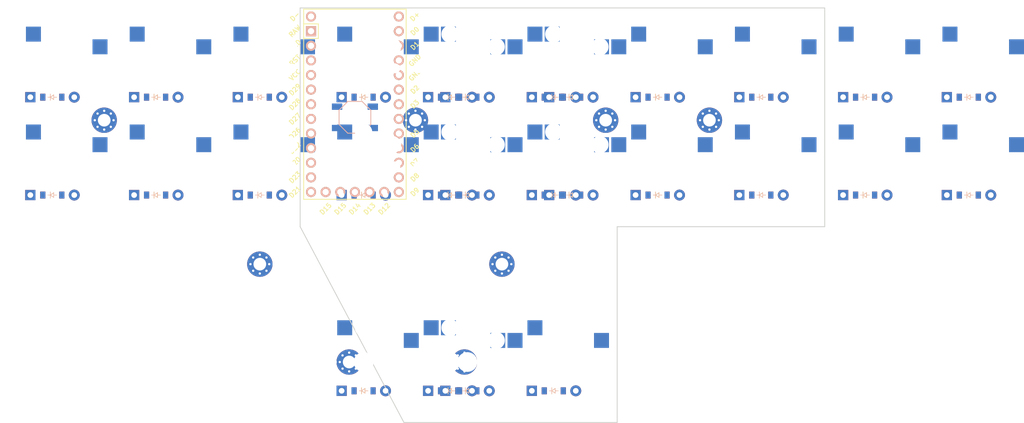
<source format=kicad_pcb>


(kicad_pcb (version 20171130) (host pcbnew 5.1.6)

  (page A3)
  (title_block
    (title "pcb")
    (rev "v1.0.0")
    (company "Unknown")
  )

  (general
    (thickness 1.6)
  )

  (layers
    (0 F.Cu signal)
    (31 B.Cu signal)
    (32 B.Adhes user)
    (33 F.Adhes user)
    (34 B.Paste user)
    (35 F.Paste user)
    (36 B.SilkS user)
    (37 F.SilkS user)
    (38 B.Mask user)
    (39 F.Mask user)
    (40 Dwgs.User user)
    (41 Cmts.User user)
    (42 Eco1.User user)
    (43 Eco2.User user)
    (44 Edge.Cuts user)
    (45 Margin user)
    (46 B.CrtYd user)
    (47 F.CrtYd user)
    (48 B.Fab user)
    (49 F.Fab user)
  )

  (setup
    (last_trace_width 0.25)
    (trace_clearance 0.2)
    (zone_clearance 0.508)
    (zone_45_only no)
    (trace_min 0.2)
    (via_size 0.8)
    (via_drill 0.4)
    (via_min_size 0.4)
    (via_min_drill 0.3)
    (uvia_size 0.3)
    (uvia_drill 0.1)
    (uvias_allowed no)
    (uvia_min_size 0.2)
    (uvia_min_drill 0.1)
    (edge_width 0.05)
    (segment_width 0.2)
    (pcb_text_width 0.3)
    (pcb_text_size 1.5 1.5)
    (mod_edge_width 0.12)
    (mod_text_size 1 1)
    (mod_text_width 0.15)
    (pad_size 1.524 1.524)
    (pad_drill 0.762)
    (pad_to_mask_clearance 0.05)
    (aux_axis_origin 0 0)
    (visible_elements FFFFFF7F)
    (pcbplotparams
      (layerselection 0x010fc_ffffffff)
      (usegerberextensions false)
      (usegerberattributes true)
      (usegerberadvancedattributes true)
      (creategerberjobfile true)
      (excludeedgelayer true)
      (linewidth 0.100000)
      (plotframeref false)
      (viasonmask false)
      (mode 1)
      (useauxorigin false)
      (hpglpennumber 1)
      (hpglpenspeed 20)
      (hpglpendiameter 15.000000)
      (psnegative false)
      (psa4output false)
      (plotreference true)
      (plotvalue true)
      (plotinvisibletext false)
      (padsonsilk false)
      (subtractmaskfromsilk false)
      (outputformat 1)
      (mirror false)
      (drillshape 1)
      (scaleselection 1)
      (outputdirectory ""))
  )

  (net 0 "")
(net 1 "D27")
(net 2 "index_lbottom")
(net 3 "index_ltop")
(net 4 "D28")
(net 5 "inner_lbottom")
(net 6 "inner_ltop")
(net 7 "D26")
(net 8 "middle_lbottom")
(net 9 "middle_ltop")
(net 10 "D23")
(net 11 "outer_lbottom")
(net 12 "outer_ltop")
(net 13 "D20")
(net 14 "pinky_lbottom")
(net 15 "pinky_ltop")
(net 16 "D22")
(net 17 "ring_lbottom")
(net 18 "ring_ltop")
(net 19 "inner_lttop")
(net 20 "outer_lttop")
(net 21 "D4")
(net 22 "index_rbottom")
(net 23 "index_rtop")
(net 24 "D3")
(net 25 "inner_rbottom")
(net 26 "inner_rtop")
(net 27 "D5")
(net 28 "middle_rbottom")
(net 29 "middle_rtop")
(net 30 "D8")
(net 31 "outer_rbottom")
(net 32 "outer_rtop")
(net 33 "D7")
(net 34 "pinky_rbottom")
(net 35 "pinky_rtop")
(net 36 "D6")
(net 37 "ring_rbottom")
(net 38 "ring_rtop")
(net 39 "inner_rttop")
(net 40 "outer_rttop")
(net 41 "D21")
(net 42 "D29")
(net 43 "D1")
(net 44 "D9")
(net 45 "D2")
(net 46 "Dm")
(net 47 "RAW")
(net 48 "GND")
(net 49 "RST")
(net 50 "VCC")
(net 51 "D12")
(net 52 "D13")
(net 53 "D14")
(net 54 "D15")
(net 55 "D16")
(net 56 "Dp")
(net 57 "D0")

  (net_class Default "This is the default net class."
    (clearance 0.2)
    (trace_width 0.25)
    (via_dia 0.8)
    (via_drill 0.4)
    (uvia_dia 0.3)
    (uvia_drill 0.1)
    (add_net "")
(add_net "D27")
(add_net "index_lbottom")
(add_net "index_ltop")
(add_net "D28")
(add_net "inner_lbottom")
(add_net "inner_ltop")
(add_net "D26")
(add_net "middle_lbottom")
(add_net "middle_ltop")
(add_net "D23")
(add_net "outer_lbottom")
(add_net "outer_ltop")
(add_net "D20")
(add_net "pinky_lbottom")
(add_net "pinky_ltop")
(add_net "D22")
(add_net "ring_lbottom")
(add_net "ring_ltop")
(add_net "inner_lttop")
(add_net "outer_lttop")
(add_net "D4")
(add_net "index_rbottom")
(add_net "index_rtop")
(add_net "D3")
(add_net "inner_rbottom")
(add_net "inner_rtop")
(add_net "D5")
(add_net "middle_rbottom")
(add_net "middle_rtop")
(add_net "D8")
(add_net "outer_rbottom")
(add_net "outer_rtop")
(add_net "D7")
(add_net "pinky_rbottom")
(add_net "pinky_rtop")
(add_net "D6")
(add_net "ring_rbottom")
(add_net "ring_rtop")
(add_net "inner_rttop")
(add_net "outer_rttop")
(add_net "D21")
(add_net "D29")
(add_net "D1")
(add_net "D9")
(add_net "D2")
(add_net "Dm")
(add_net "RAW")
(add_net "GND")
(add_net "RST")
(add_net "VCC")
(add_net "D12")
(add_net "D13")
(add_net "D14")
(add_net "D15")
(add_net "D16")
(add_net "Dp")
(add_net "D0")
  )

  
        
      (module PG1350 (layer F.Cu) (tedit 5DD50112)
      (at 100 100 0)

      
      (fp_text reference "S1" (at 0 0) (layer F.SilkS) hide (effects (font (size 1.27 1.27) (thickness 0.15))))
      (fp_text value "" (at 0 0) (layer F.SilkS) hide (effects (font (size 1.27 1.27) (thickness 0.15))))

      
      (fp_line (start -7 -6) (end -7 -7) (layer Dwgs.User) (width 0.15))
      (fp_line (start -7 7) (end -6 7) (layer Dwgs.User) (width 0.15))
      (fp_line (start -6 -7) (end -7 -7) (layer Dwgs.User) (width 0.15))
      (fp_line (start -7 7) (end -7 6) (layer Dwgs.User) (width 0.15))
      (fp_line (start 7 6) (end 7 7) (layer Dwgs.User) (width 0.15))
      (fp_line (start 7 -7) (end 6 -7) (layer Dwgs.User) (width 0.15))
      (fp_line (start 6 7) (end 7 7) (layer Dwgs.User) (width 0.15))
      (fp_line (start 7 -7) (end 7 -6) (layer Dwgs.User) (width 0.15))      
      
      
      (pad "" np_thru_hole circle (at 0 0) (size 3.429 3.429) (drill 3.429) (layers *.Cu *.Mask))
        
      
      (pad "" np_thru_hole circle (at 5.5 0) (size 1.7018 1.7018) (drill 1.7018) (layers *.Cu *.Mask))
      (pad "" np_thru_hole circle (at -5.5 0) (size 1.7018 1.7018) (drill 1.7018) (layers *.Cu *.Mask))
      
        
      
      (fp_line (start -9 -8.5) (end 9 -8.5) (layer Dwgs.User) (width 0.15))
      (fp_line (start 9 -8.5) (end 9 8.5) (layer Dwgs.User) (width 0.15))
      (fp_line (start 9 8.5) (end -9 8.5) (layer Dwgs.User) (width 0.15))
      (fp_line (start -9 8.5) (end -9 -8.5) (layer Dwgs.User) (width 0.15))
      
        
          
          (pad "" np_thru_hole circle (at 5 -3.75) (size 3 3) (drill 3) (layers *.Cu *.Mask))
          (pad "" np_thru_hole circle (at 0 -5.95) (size 3 3) (drill 3) (layers *.Cu *.Mask))
      
          
          (pad 1 smd rect (at -3.275 -5.95 0) (size 2.6 2.6) (layers B.Cu B.Paste B.Mask)  (net 1 "D27"))
          (pad 2 smd rect (at 8.275 -3.75 0) (size 2.6 2.6) (layers B.Cu B.Paste B.Mask)  (net 2 "index_lbottom"))
        )
        

        
      (module PG1350 (layer F.Cu) (tedit 5DD50112)
      (at 100 83 0)

      
      (fp_text reference "S2" (at 0 0) (layer F.SilkS) hide (effects (font (size 1.27 1.27) (thickness 0.15))))
      (fp_text value "" (at 0 0) (layer F.SilkS) hide (effects (font (size 1.27 1.27) (thickness 0.15))))

      
      (fp_line (start -7 -6) (end -7 -7) (layer Dwgs.User) (width 0.15))
      (fp_line (start -7 7) (end -6 7) (layer Dwgs.User) (width 0.15))
      (fp_line (start -6 -7) (end -7 -7) (layer Dwgs.User) (width 0.15))
      (fp_line (start -7 7) (end -7 6) (layer Dwgs.User) (width 0.15))
      (fp_line (start 7 6) (end 7 7) (layer Dwgs.User) (width 0.15))
      (fp_line (start 7 -7) (end 6 -7) (layer Dwgs.User) (width 0.15))
      (fp_line (start 6 7) (end 7 7) (layer Dwgs.User) (width 0.15))
      (fp_line (start 7 -7) (end 7 -6) (layer Dwgs.User) (width 0.15))      
      
      
      (pad "" np_thru_hole circle (at 0 0) (size 3.429 3.429) (drill 3.429) (layers *.Cu *.Mask))
        
      
      (pad "" np_thru_hole circle (at 5.5 0) (size 1.7018 1.7018) (drill 1.7018) (layers *.Cu *.Mask))
      (pad "" np_thru_hole circle (at -5.5 0) (size 1.7018 1.7018) (drill 1.7018) (layers *.Cu *.Mask))
      
        
      
      (fp_line (start -9 -8.5) (end 9 -8.5) (layer Dwgs.User) (width 0.15))
      (fp_line (start 9 -8.5) (end 9 8.5) (layer Dwgs.User) (width 0.15))
      (fp_line (start 9 8.5) (end -9 8.5) (layer Dwgs.User) (width 0.15))
      (fp_line (start -9 8.5) (end -9 -8.5) (layer Dwgs.User) (width 0.15))
      
        
          
          (pad "" np_thru_hole circle (at 5 -3.75) (size 3 3) (drill 3) (layers *.Cu *.Mask))
          (pad "" np_thru_hole circle (at 0 -5.95) (size 3 3) (drill 3) (layers *.Cu *.Mask))
      
          
          (pad 1 smd rect (at -3.275 -5.95 0) (size 2.6 2.6) (layers B.Cu B.Paste B.Mask)  (net 1 "D27"))
          (pad 2 smd rect (at 8.275 -3.75 0) (size 2.6 2.6) (layers B.Cu B.Paste B.Mask)  (net 3 "index_ltop"))
        )
        

        
      (module PG1350 (layer F.Cu) (tedit 5DD50112)
      (at 118 100 0)

      
      (fp_text reference "S3" (at 0 0) (layer F.SilkS) hide (effects (font (size 1.27 1.27) (thickness 0.15))))
      (fp_text value "" (at 0 0) (layer F.SilkS) hide (effects (font (size 1.27 1.27) (thickness 0.15))))

      
      (fp_line (start -7 -6) (end -7 -7) (layer Dwgs.User) (width 0.15))
      (fp_line (start -7 7) (end -6 7) (layer Dwgs.User) (width 0.15))
      (fp_line (start -6 -7) (end -7 -7) (layer Dwgs.User) (width 0.15))
      (fp_line (start -7 7) (end -7 6) (layer Dwgs.User) (width 0.15))
      (fp_line (start 7 6) (end 7 7) (layer Dwgs.User) (width 0.15))
      (fp_line (start 7 -7) (end 6 -7) (layer Dwgs.User) (width 0.15))
      (fp_line (start 6 7) (end 7 7) (layer Dwgs.User) (width 0.15))
      (fp_line (start 7 -7) (end 7 -6) (layer Dwgs.User) (width 0.15))      
      
      
      (pad "" np_thru_hole circle (at 0 0) (size 3.429 3.429) (drill 3.429) (layers *.Cu *.Mask))
        
      
      (pad "" np_thru_hole circle (at 5.5 0) (size 1.7018 1.7018) (drill 1.7018) (layers *.Cu *.Mask))
      (pad "" np_thru_hole circle (at -5.5 0) (size 1.7018 1.7018) (drill 1.7018) (layers *.Cu *.Mask))
      
        
      
      (fp_line (start -9 -8.5) (end 9 -8.5) (layer Dwgs.User) (width 0.15))
      (fp_line (start 9 -8.5) (end 9 8.5) (layer Dwgs.User) (width 0.15))
      (fp_line (start 9 8.5) (end -9 8.5) (layer Dwgs.User) (width 0.15))
      (fp_line (start -9 8.5) (end -9 -8.5) (layer Dwgs.User) (width 0.15))
      
        
          
          (pad "" np_thru_hole circle (at 5 -3.75) (size 3 3) (drill 3) (layers *.Cu *.Mask))
          (pad "" np_thru_hole circle (at 0 -5.95) (size 3 3) (drill 3) (layers *.Cu *.Mask))
      
          
          (pad 1 smd rect (at -3.275 -5.95 0) (size 2.6 2.6) (layers B.Cu B.Paste B.Mask)  (net 4 "D28"))
          (pad 2 smd rect (at 8.275 -3.75 0) (size 2.6 2.6) (layers B.Cu B.Paste B.Mask)  (net 5 "inner_lbottom"))
        )
        

        
      (module PG1350 (layer F.Cu) (tedit 5DD50112)
      (at 118 83 0)

      
      (fp_text reference "S4" (at 0 0) (layer F.SilkS) hide (effects (font (size 1.27 1.27) (thickness 0.15))))
      (fp_text value "" (at 0 0) (layer F.SilkS) hide (effects (font (size 1.27 1.27) (thickness 0.15))))

      
      (fp_line (start -7 -6) (end -7 -7) (layer Dwgs.User) (width 0.15))
      (fp_line (start -7 7) (end -6 7) (layer Dwgs.User) (width 0.15))
      (fp_line (start -6 -7) (end -7 -7) (layer Dwgs.User) (width 0.15))
      (fp_line (start -7 7) (end -7 6) (layer Dwgs.User) (width 0.15))
      (fp_line (start 7 6) (end 7 7) (layer Dwgs.User) (width 0.15))
      (fp_line (start 7 -7) (end 6 -7) (layer Dwgs.User) (width 0.15))
      (fp_line (start 6 7) (end 7 7) (layer Dwgs.User) (width 0.15))
      (fp_line (start 7 -7) (end 7 -6) (layer Dwgs.User) (width 0.15))      
      
      
      (pad "" np_thru_hole circle (at 0 0) (size 3.429 3.429) (drill 3.429) (layers *.Cu *.Mask))
        
      
      (pad "" np_thru_hole circle (at 5.5 0) (size 1.7018 1.7018) (drill 1.7018) (layers *.Cu *.Mask))
      (pad "" np_thru_hole circle (at -5.5 0) (size 1.7018 1.7018) (drill 1.7018) (layers *.Cu *.Mask))
      
        
      
      (fp_line (start -9 -8.5) (end 9 -8.5) (layer Dwgs.User) (width 0.15))
      (fp_line (start 9 -8.5) (end 9 8.5) (layer Dwgs.User) (width 0.15))
      (fp_line (start 9 8.5) (end -9 8.5) (layer Dwgs.User) (width 0.15))
      (fp_line (start -9 8.5) (end -9 -8.5) (layer Dwgs.User) (width 0.15))
      
        
          
          (pad "" np_thru_hole circle (at 5 -3.75) (size 3 3) (drill 3) (layers *.Cu *.Mask))
          (pad "" np_thru_hole circle (at 0 -5.95) (size 3 3) (drill 3) (layers *.Cu *.Mask))
      
          
          (pad 1 smd rect (at -3.275 -5.95 0) (size 2.6 2.6) (layers B.Cu B.Paste B.Mask)  (net 4 "D28"))
          (pad 2 smd rect (at 8.275 -3.75 0) (size 2.6 2.6) (layers B.Cu B.Paste B.Mask)  (net 6 "inner_ltop"))
        )
        

        
      (module PG1350 (layer F.Cu) (tedit 5DD50112)
      (at 136 100 0)

      
      (fp_text reference "S5" (at 0 0) (layer F.SilkS) hide (effects (font (size 1.27 1.27) (thickness 0.15))))
      (fp_text value "" (at 0 0) (layer F.SilkS) hide (effects (font (size 1.27 1.27) (thickness 0.15))))

      
      (fp_line (start -7 -6) (end -7 -7) (layer Dwgs.User) (width 0.15))
      (fp_line (start -7 7) (end -6 7) (layer Dwgs.User) (width 0.15))
      (fp_line (start -6 -7) (end -7 -7) (layer Dwgs.User) (width 0.15))
      (fp_line (start -7 7) (end -7 6) (layer Dwgs.User) (width 0.15))
      (fp_line (start 7 6) (end 7 7) (layer Dwgs.User) (width 0.15))
      (fp_line (start 7 -7) (end 6 -7) (layer Dwgs.User) (width 0.15))
      (fp_line (start 6 7) (end 7 7) (layer Dwgs.User) (width 0.15))
      (fp_line (start 7 -7) (end 7 -6) (layer Dwgs.User) (width 0.15))      
      
      
      (pad "" np_thru_hole circle (at 0 0) (size 3.429 3.429) (drill 3.429) (layers *.Cu *.Mask))
        
      
      (pad "" np_thru_hole circle (at 5.5 0) (size 1.7018 1.7018) (drill 1.7018) (layers *.Cu *.Mask))
      (pad "" np_thru_hole circle (at -5.5 0) (size 1.7018 1.7018) (drill 1.7018) (layers *.Cu *.Mask))
      
        
      
      (fp_line (start -9 -8.5) (end 9 -8.5) (layer Dwgs.User) (width 0.15))
      (fp_line (start 9 -8.5) (end 9 8.5) (layer Dwgs.User) (width 0.15))
      (fp_line (start 9 8.5) (end -9 8.5) (layer Dwgs.User) (width 0.15))
      (fp_line (start -9 8.5) (end -9 -8.5) (layer Dwgs.User) (width 0.15))
      
        
          
          (pad "" np_thru_hole circle (at 5 -3.75) (size 3 3) (drill 3) (layers *.Cu *.Mask))
          (pad "" np_thru_hole circle (at 0 -5.95) (size 3 3) (drill 3) (layers *.Cu *.Mask))
      
          
          (pad 1 smd rect (at -3.275 -5.95 0) (size 2.6 2.6) (layers B.Cu B.Paste B.Mask)  (net 7 "D26"))
          (pad 2 smd rect (at 8.275 -3.75 0) (size 2.6 2.6) (layers B.Cu B.Paste B.Mask)  (net 8 "middle_lbottom"))
        )
        

        
      (module PG1350 (layer F.Cu) (tedit 5DD50112)
      (at 136 83 0)

      
      (fp_text reference "S6" (at 0 0) (layer F.SilkS) hide (effects (font (size 1.27 1.27) (thickness 0.15))))
      (fp_text value "" (at 0 0) (layer F.SilkS) hide (effects (font (size 1.27 1.27) (thickness 0.15))))

      
      (fp_line (start -7 -6) (end -7 -7) (layer Dwgs.User) (width 0.15))
      (fp_line (start -7 7) (end -6 7) (layer Dwgs.User) (width 0.15))
      (fp_line (start -6 -7) (end -7 -7) (layer Dwgs.User) (width 0.15))
      (fp_line (start -7 7) (end -7 6) (layer Dwgs.User) (width 0.15))
      (fp_line (start 7 6) (end 7 7) (layer Dwgs.User) (width 0.15))
      (fp_line (start 7 -7) (end 6 -7) (layer Dwgs.User) (width 0.15))
      (fp_line (start 6 7) (end 7 7) (layer Dwgs.User) (width 0.15))
      (fp_line (start 7 -7) (end 7 -6) (layer Dwgs.User) (width 0.15))      
      
      
      (pad "" np_thru_hole circle (at 0 0) (size 3.429 3.429) (drill 3.429) (layers *.Cu *.Mask))
        
      
      (pad "" np_thru_hole circle (at 5.5 0) (size 1.7018 1.7018) (drill 1.7018) (layers *.Cu *.Mask))
      (pad "" np_thru_hole circle (at -5.5 0) (size 1.7018 1.7018) (drill 1.7018) (layers *.Cu *.Mask))
      
        
      
      (fp_line (start -9 -8.5) (end 9 -8.5) (layer Dwgs.User) (width 0.15))
      (fp_line (start 9 -8.5) (end 9 8.5) (layer Dwgs.User) (width 0.15))
      (fp_line (start 9 8.5) (end -9 8.5) (layer Dwgs.User) (width 0.15))
      (fp_line (start -9 8.5) (end -9 -8.5) (layer Dwgs.User) (width 0.15))
      
        
          
          (pad "" np_thru_hole circle (at 5 -3.75) (size 3 3) (drill 3) (layers *.Cu *.Mask))
          (pad "" np_thru_hole circle (at 0 -5.95) (size 3 3) (drill 3) (layers *.Cu *.Mask))
      
          
          (pad 1 smd rect (at -3.275 -5.95 0) (size 2.6 2.6) (layers B.Cu B.Paste B.Mask)  (net 7 "D26"))
          (pad 2 smd rect (at 8.275 -3.75 0) (size 2.6 2.6) (layers B.Cu B.Paste B.Mask)  (net 9 "middle_ltop"))
        )
        

        
      (module PG1350 (layer F.Cu) (tedit 5DD50112)
      (at 154 100 0)

      
      (fp_text reference "S7" (at 0 0) (layer F.SilkS) hide (effects (font (size 1.27 1.27) (thickness 0.15))))
      (fp_text value "" (at 0 0) (layer F.SilkS) hide (effects (font (size 1.27 1.27) (thickness 0.15))))

      
      (fp_line (start -7 -6) (end -7 -7) (layer Dwgs.User) (width 0.15))
      (fp_line (start -7 7) (end -6 7) (layer Dwgs.User) (width 0.15))
      (fp_line (start -6 -7) (end -7 -7) (layer Dwgs.User) (width 0.15))
      (fp_line (start -7 7) (end -7 6) (layer Dwgs.User) (width 0.15))
      (fp_line (start 7 6) (end 7 7) (layer Dwgs.User) (width 0.15))
      (fp_line (start 7 -7) (end 6 -7) (layer Dwgs.User) (width 0.15))
      (fp_line (start 6 7) (end 7 7) (layer Dwgs.User) (width 0.15))
      (fp_line (start 7 -7) (end 7 -6) (layer Dwgs.User) (width 0.15))      
      
      
      (pad "" np_thru_hole circle (at 0 0) (size 3.429 3.429) (drill 3.429) (layers *.Cu *.Mask))
        
      
      (pad "" np_thru_hole circle (at 5.5 0) (size 1.7018 1.7018) (drill 1.7018) (layers *.Cu *.Mask))
      (pad "" np_thru_hole circle (at -5.5 0) (size 1.7018 1.7018) (drill 1.7018) (layers *.Cu *.Mask))
      
        
      
      (fp_line (start -9 -8.5) (end 9 -8.5) (layer Dwgs.User) (width 0.15))
      (fp_line (start 9 -8.5) (end 9 8.5) (layer Dwgs.User) (width 0.15))
      (fp_line (start 9 8.5) (end -9 8.5) (layer Dwgs.User) (width 0.15))
      (fp_line (start -9 8.5) (end -9 -8.5) (layer Dwgs.User) (width 0.15))
      
        
          
          (pad "" np_thru_hole circle (at 5 -3.75) (size 3 3) (drill 3) (layers *.Cu *.Mask))
          (pad "" np_thru_hole circle (at 0 -5.95) (size 3 3) (drill 3) (layers *.Cu *.Mask))
      
          
          (pad 1 smd rect (at -3.275 -5.95 0) (size 2.6 2.6) (layers B.Cu B.Paste B.Mask)  (net 10 "D23"))
          (pad 2 smd rect (at 8.275 -3.75 0) (size 2.6 2.6) (layers B.Cu B.Paste B.Mask)  (net 11 "outer_lbottom"))
        )
        

        
      (module PG1350 (layer F.Cu) (tedit 5DD50112)
      (at 154 83 0)

      
      (fp_text reference "S8" (at 0 0) (layer F.SilkS) hide (effects (font (size 1.27 1.27) (thickness 0.15))))
      (fp_text value "" (at 0 0) (layer F.SilkS) hide (effects (font (size 1.27 1.27) (thickness 0.15))))

      
      (fp_line (start -7 -6) (end -7 -7) (layer Dwgs.User) (width 0.15))
      (fp_line (start -7 7) (end -6 7) (layer Dwgs.User) (width 0.15))
      (fp_line (start -6 -7) (end -7 -7) (layer Dwgs.User) (width 0.15))
      (fp_line (start -7 7) (end -7 6) (layer Dwgs.User) (width 0.15))
      (fp_line (start 7 6) (end 7 7) (layer Dwgs.User) (width 0.15))
      (fp_line (start 7 -7) (end 6 -7) (layer Dwgs.User) (width 0.15))
      (fp_line (start 6 7) (end 7 7) (layer Dwgs.User) (width 0.15))
      (fp_line (start 7 -7) (end 7 -6) (layer Dwgs.User) (width 0.15))      
      
      
      (pad "" np_thru_hole circle (at 0 0) (size 3.429 3.429) (drill 3.429) (layers *.Cu *.Mask))
        
      
      (pad "" np_thru_hole circle (at 5.5 0) (size 1.7018 1.7018) (drill 1.7018) (layers *.Cu *.Mask))
      (pad "" np_thru_hole circle (at -5.5 0) (size 1.7018 1.7018) (drill 1.7018) (layers *.Cu *.Mask))
      
        
      
      (fp_line (start -9 -8.5) (end 9 -8.5) (layer Dwgs.User) (width 0.15))
      (fp_line (start 9 -8.5) (end 9 8.5) (layer Dwgs.User) (width 0.15))
      (fp_line (start 9 8.5) (end -9 8.5) (layer Dwgs.User) (width 0.15))
      (fp_line (start -9 8.5) (end -9 -8.5) (layer Dwgs.User) (width 0.15))
      
        
          
          (pad "" np_thru_hole circle (at 5 -3.75) (size 3 3) (drill 3) (layers *.Cu *.Mask))
          (pad "" np_thru_hole circle (at 0 -5.95) (size 3 3) (drill 3) (layers *.Cu *.Mask))
      
          
          (pad 1 smd rect (at -3.275 -5.95 0) (size 2.6 2.6) (layers B.Cu B.Paste B.Mask)  (net 10 "D23"))
          (pad 2 smd rect (at 8.275 -3.75 0) (size 2.6 2.6) (layers B.Cu B.Paste B.Mask)  (net 12 "outer_ltop"))
        )
        

        
      (module PG1350 (layer F.Cu) (tedit 5DD50112)
      (at 172 100 0)

      
      (fp_text reference "S9" (at 0 0) (layer F.SilkS) hide (effects (font (size 1.27 1.27) (thickness 0.15))))
      (fp_text value "" (at 0 0) (layer F.SilkS) hide (effects (font (size 1.27 1.27) (thickness 0.15))))

      
      (fp_line (start -7 -6) (end -7 -7) (layer Dwgs.User) (width 0.15))
      (fp_line (start -7 7) (end -6 7) (layer Dwgs.User) (width 0.15))
      (fp_line (start -6 -7) (end -7 -7) (layer Dwgs.User) (width 0.15))
      (fp_line (start -7 7) (end -7 6) (layer Dwgs.User) (width 0.15))
      (fp_line (start 7 6) (end 7 7) (layer Dwgs.User) (width 0.15))
      (fp_line (start 7 -7) (end 6 -7) (layer Dwgs.User) (width 0.15))
      (fp_line (start 6 7) (end 7 7) (layer Dwgs.User) (width 0.15))
      (fp_line (start 7 -7) (end 7 -6) (layer Dwgs.User) (width 0.15))      
      
      
      (pad "" np_thru_hole circle (at 0 0) (size 3.429 3.429) (drill 3.429) (layers *.Cu *.Mask))
        
      
      (pad "" np_thru_hole circle (at 5.5 0) (size 1.7018 1.7018) (drill 1.7018) (layers *.Cu *.Mask))
      (pad "" np_thru_hole circle (at -5.5 0) (size 1.7018 1.7018) (drill 1.7018) (layers *.Cu *.Mask))
      
        
      
      (fp_line (start -9 -8.5) (end 9 -8.5) (layer Dwgs.User) (width 0.15))
      (fp_line (start 9 -8.5) (end 9 8.5) (layer Dwgs.User) (width 0.15))
      (fp_line (start 9 8.5) (end -9 8.5) (layer Dwgs.User) (width 0.15))
      (fp_line (start -9 8.5) (end -9 -8.5) (layer Dwgs.User) (width 0.15))
      
        
          
          (pad "" np_thru_hole circle (at 5 -3.75) (size 3 3) (drill 3) (layers *.Cu *.Mask))
          (pad "" np_thru_hole circle (at 0 -5.95) (size 3 3) (drill 3) (layers *.Cu *.Mask))
      
          
          (pad 1 smd rect (at -3.275 -5.95 0) (size 2.6 2.6) (layers B.Cu B.Paste B.Mask)  (net 13 "D20"))
          (pad 2 smd rect (at 8.275 -3.75 0) (size 2.6 2.6) (layers B.Cu B.Paste B.Mask)  (net 14 "pinky_lbottom"))
        )
        

        
      (module PG1350 (layer F.Cu) (tedit 5DD50112)
      (at 172 83 0)

      
      (fp_text reference "S10" (at 0 0) (layer F.SilkS) hide (effects (font (size 1.27 1.27) (thickness 0.15))))
      (fp_text value "" (at 0 0) (layer F.SilkS) hide (effects (font (size 1.27 1.27) (thickness 0.15))))

      
      (fp_line (start -7 -6) (end -7 -7) (layer Dwgs.User) (width 0.15))
      (fp_line (start -7 7) (end -6 7) (layer Dwgs.User) (width 0.15))
      (fp_line (start -6 -7) (end -7 -7) (layer Dwgs.User) (width 0.15))
      (fp_line (start -7 7) (end -7 6) (layer Dwgs.User) (width 0.15))
      (fp_line (start 7 6) (end 7 7) (layer Dwgs.User) (width 0.15))
      (fp_line (start 7 -7) (end 6 -7) (layer Dwgs.User) (width 0.15))
      (fp_line (start 6 7) (end 7 7) (layer Dwgs.User) (width 0.15))
      (fp_line (start 7 -7) (end 7 -6) (layer Dwgs.User) (width 0.15))      
      
      
      (pad "" np_thru_hole circle (at 0 0) (size 3.429 3.429) (drill 3.429) (layers *.Cu *.Mask))
        
      
      (pad "" np_thru_hole circle (at 5.5 0) (size 1.7018 1.7018) (drill 1.7018) (layers *.Cu *.Mask))
      (pad "" np_thru_hole circle (at -5.5 0) (size 1.7018 1.7018) (drill 1.7018) (layers *.Cu *.Mask))
      
        
      
      (fp_line (start -9 -8.5) (end 9 -8.5) (layer Dwgs.User) (width 0.15))
      (fp_line (start 9 -8.5) (end 9 8.5) (layer Dwgs.User) (width 0.15))
      (fp_line (start 9 8.5) (end -9 8.5) (layer Dwgs.User) (width 0.15))
      (fp_line (start -9 8.5) (end -9 -8.5) (layer Dwgs.User) (width 0.15))
      
        
          
          (pad "" np_thru_hole circle (at 5 -3.75) (size 3 3) (drill 3) (layers *.Cu *.Mask))
          (pad "" np_thru_hole circle (at 0 -5.95) (size 3 3) (drill 3) (layers *.Cu *.Mask))
      
          
          (pad 1 smd rect (at -3.275 -5.95 0) (size 2.6 2.6) (layers B.Cu B.Paste B.Mask)  (net 13 "D20"))
          (pad 2 smd rect (at 8.275 -3.75 0) (size 2.6 2.6) (layers B.Cu B.Paste B.Mask)  (net 15 "pinky_ltop"))
        )
        

        
      (module PG1350 (layer F.Cu) (tedit 5DD50112)
      (at 190 100 0)

      
      (fp_text reference "S11" (at 0 0) (layer F.SilkS) hide (effects (font (size 1.27 1.27) (thickness 0.15))))
      (fp_text value "" (at 0 0) (layer F.SilkS) hide (effects (font (size 1.27 1.27) (thickness 0.15))))

      
      (fp_line (start -7 -6) (end -7 -7) (layer Dwgs.User) (width 0.15))
      (fp_line (start -7 7) (end -6 7) (layer Dwgs.User) (width 0.15))
      (fp_line (start -6 -7) (end -7 -7) (layer Dwgs.User) (width 0.15))
      (fp_line (start -7 7) (end -7 6) (layer Dwgs.User) (width 0.15))
      (fp_line (start 7 6) (end 7 7) (layer Dwgs.User) (width 0.15))
      (fp_line (start 7 -7) (end 6 -7) (layer Dwgs.User) (width 0.15))
      (fp_line (start 6 7) (end 7 7) (layer Dwgs.User) (width 0.15))
      (fp_line (start 7 -7) (end 7 -6) (layer Dwgs.User) (width 0.15))      
      
      
      (pad "" np_thru_hole circle (at 0 0) (size 3.429 3.429) (drill 3.429) (layers *.Cu *.Mask))
        
      
      (pad "" np_thru_hole circle (at 5.5 0) (size 1.7018 1.7018) (drill 1.7018) (layers *.Cu *.Mask))
      (pad "" np_thru_hole circle (at -5.5 0) (size 1.7018 1.7018) (drill 1.7018) (layers *.Cu *.Mask))
      
        
      
      (fp_line (start -9 -8.5) (end 9 -8.5) (layer Dwgs.User) (width 0.15))
      (fp_line (start 9 -8.5) (end 9 8.5) (layer Dwgs.User) (width 0.15))
      (fp_line (start 9 8.5) (end -9 8.5) (layer Dwgs.User) (width 0.15))
      (fp_line (start -9 8.5) (end -9 -8.5) (layer Dwgs.User) (width 0.15))
      
        
          
          (pad "" np_thru_hole circle (at 5 -3.75) (size 3 3) (drill 3) (layers *.Cu *.Mask))
          (pad "" np_thru_hole circle (at 0 -5.95) (size 3 3) (drill 3) (layers *.Cu *.Mask))
      
          
          (pad 1 smd rect (at -3.275 -5.95 0) (size 2.6 2.6) (layers B.Cu B.Paste B.Mask)  (net 16 "D22"))
          (pad 2 smd rect (at 8.275 -3.75 0) (size 2.6 2.6) (layers B.Cu B.Paste B.Mask)  (net 17 "ring_lbottom"))
        )
        

        
      (module PG1350 (layer F.Cu) (tedit 5DD50112)
      (at 190 83 0)

      
      (fp_text reference "S12" (at 0 0) (layer F.SilkS) hide (effects (font (size 1.27 1.27) (thickness 0.15))))
      (fp_text value "" (at 0 0) (layer F.SilkS) hide (effects (font (size 1.27 1.27) (thickness 0.15))))

      
      (fp_line (start -7 -6) (end -7 -7) (layer Dwgs.User) (width 0.15))
      (fp_line (start -7 7) (end -6 7) (layer Dwgs.User) (width 0.15))
      (fp_line (start -6 -7) (end -7 -7) (layer Dwgs.User) (width 0.15))
      (fp_line (start -7 7) (end -7 6) (layer Dwgs.User) (width 0.15))
      (fp_line (start 7 6) (end 7 7) (layer Dwgs.User) (width 0.15))
      (fp_line (start 7 -7) (end 6 -7) (layer Dwgs.User) (width 0.15))
      (fp_line (start 6 7) (end 7 7) (layer Dwgs.User) (width 0.15))
      (fp_line (start 7 -7) (end 7 -6) (layer Dwgs.User) (width 0.15))      
      
      
      (pad "" np_thru_hole circle (at 0 0) (size 3.429 3.429) (drill 3.429) (layers *.Cu *.Mask))
        
      
      (pad "" np_thru_hole circle (at 5.5 0) (size 1.7018 1.7018) (drill 1.7018) (layers *.Cu *.Mask))
      (pad "" np_thru_hole circle (at -5.5 0) (size 1.7018 1.7018) (drill 1.7018) (layers *.Cu *.Mask))
      
        
      
      (fp_line (start -9 -8.5) (end 9 -8.5) (layer Dwgs.User) (width 0.15))
      (fp_line (start 9 -8.5) (end 9 8.5) (layer Dwgs.User) (width 0.15))
      (fp_line (start 9 8.5) (end -9 8.5) (layer Dwgs.User) (width 0.15))
      (fp_line (start -9 8.5) (end -9 -8.5) (layer Dwgs.User) (width 0.15))
      
        
          
          (pad "" np_thru_hole circle (at 5 -3.75) (size 3 3) (drill 3) (layers *.Cu *.Mask))
          (pad "" np_thru_hole circle (at 0 -5.95) (size 3 3) (drill 3) (layers *.Cu *.Mask))
      
          
          (pad 1 smd rect (at -3.275 -5.95 0) (size 2.6 2.6) (layers B.Cu B.Paste B.Mask)  (net 16 "D22"))
          (pad 2 smd rect (at 8.275 -3.75 0) (size 2.6 2.6) (layers B.Cu B.Paste B.Mask)  (net 18 "ring_ltop"))
        )
        

        
      (module PG1350 (layer F.Cu) (tedit 5DD50112)
      (at 154 134 0)

      
      (fp_text reference "S13" (at 0 0) (layer F.SilkS) hide (effects (font (size 1.27 1.27) (thickness 0.15))))
      (fp_text value "" (at 0 0) (layer F.SilkS) hide (effects (font (size 1.27 1.27) (thickness 0.15))))

      
      (fp_line (start -7 -6) (end -7 -7) (layer Dwgs.User) (width 0.15))
      (fp_line (start -7 7) (end -6 7) (layer Dwgs.User) (width 0.15))
      (fp_line (start -6 -7) (end -7 -7) (layer Dwgs.User) (width 0.15))
      (fp_line (start -7 7) (end -7 6) (layer Dwgs.User) (width 0.15))
      (fp_line (start 7 6) (end 7 7) (layer Dwgs.User) (width 0.15))
      (fp_line (start 7 -7) (end 6 -7) (layer Dwgs.User) (width 0.15))
      (fp_line (start 6 7) (end 7 7) (layer Dwgs.User) (width 0.15))
      (fp_line (start 7 -7) (end 7 -6) (layer Dwgs.User) (width 0.15))      
      
      
      (pad "" np_thru_hole circle (at 0 0) (size 3.429 3.429) (drill 3.429) (layers *.Cu *.Mask))
        
      
      (pad "" np_thru_hole circle (at 5.5 0) (size 1.7018 1.7018) (drill 1.7018) (layers *.Cu *.Mask))
      (pad "" np_thru_hole circle (at -5.5 0) (size 1.7018 1.7018) (drill 1.7018) (layers *.Cu *.Mask))
      
        
      
      (fp_line (start -9 -8.5) (end 9 -8.5) (layer Dwgs.User) (width 0.15))
      (fp_line (start 9 -8.5) (end 9 8.5) (layer Dwgs.User) (width 0.15))
      (fp_line (start 9 8.5) (end -9 8.5) (layer Dwgs.User) (width 0.15))
      (fp_line (start -9 8.5) (end -9 -8.5) (layer Dwgs.User) (width 0.15))
      
        
          
          (pad "" np_thru_hole circle (at 5 -3.75) (size 3 3) (drill 3) (layers *.Cu *.Mask))
          (pad "" np_thru_hole circle (at 0 -5.95) (size 3 3) (drill 3) (layers *.Cu *.Mask))
      
          
          (pad 1 smd rect (at -3.275 -5.95 0) (size 2.6 2.6) (layers B.Cu B.Paste B.Mask)  (net 4 "D28"))
          (pad 2 smd rect (at 8.275 -3.75 0) (size 2.6 2.6) (layers B.Cu B.Paste B.Mask)  (net 19 "inner_lttop"))
        )
        

        
      (module PG1350 (layer F.Cu) (tedit 5DD50112)
      (at 172 134 0)

      
      (fp_text reference "S14" (at 0 0) (layer F.SilkS) hide (effects (font (size 1.27 1.27) (thickness 0.15))))
      (fp_text value "" (at 0 0) (layer F.SilkS) hide (effects (font (size 1.27 1.27) (thickness 0.15))))

      
      (fp_line (start -7 -6) (end -7 -7) (layer Dwgs.User) (width 0.15))
      (fp_line (start -7 7) (end -6 7) (layer Dwgs.User) (width 0.15))
      (fp_line (start -6 -7) (end -7 -7) (layer Dwgs.User) (width 0.15))
      (fp_line (start -7 7) (end -7 6) (layer Dwgs.User) (width 0.15))
      (fp_line (start 7 6) (end 7 7) (layer Dwgs.User) (width 0.15))
      (fp_line (start 7 -7) (end 6 -7) (layer Dwgs.User) (width 0.15))
      (fp_line (start 6 7) (end 7 7) (layer Dwgs.User) (width 0.15))
      (fp_line (start 7 -7) (end 7 -6) (layer Dwgs.User) (width 0.15))      
      
      
      (pad "" np_thru_hole circle (at 0 0) (size 3.429 3.429) (drill 3.429) (layers *.Cu *.Mask))
        
      
      (pad "" np_thru_hole circle (at 5.5 0) (size 1.7018 1.7018) (drill 1.7018) (layers *.Cu *.Mask))
      (pad "" np_thru_hole circle (at -5.5 0) (size 1.7018 1.7018) (drill 1.7018) (layers *.Cu *.Mask))
      
        
      
      (fp_line (start -9 -8.5) (end 9 -8.5) (layer Dwgs.User) (width 0.15))
      (fp_line (start 9 -8.5) (end 9 8.5) (layer Dwgs.User) (width 0.15))
      (fp_line (start 9 8.5) (end -9 8.5) (layer Dwgs.User) (width 0.15))
      (fp_line (start -9 8.5) (end -9 -8.5) (layer Dwgs.User) (width 0.15))
      
        
          
          (pad "" np_thru_hole circle (at 5 -3.75) (size 3 3) (drill 3) (layers *.Cu *.Mask))
          (pad "" np_thru_hole circle (at 0 -5.95) (size 3 3) (drill 3) (layers *.Cu *.Mask))
      
          
          (pad 1 smd rect (at -3.275 -5.95 0) (size 2.6 2.6) (layers B.Cu B.Paste B.Mask)  (net 1 "D27"))
          (pad 2 smd rect (at 8.275 -3.75 0) (size 2.6 2.6) (layers B.Cu B.Paste B.Mask)  (net 20 "outer_lttop"))
        )
        

        
      (module PG1350 (layer F.Cu) (tedit 5DD50112)
      (at 169 100 0)

      
      (fp_text reference "S15" (at 0 0) (layer F.SilkS) hide (effects (font (size 1.27 1.27) (thickness 0.15))))
      (fp_text value "" (at 0 0) (layer F.SilkS) hide (effects (font (size 1.27 1.27) (thickness 0.15))))

      
      (fp_line (start -7 -6) (end -7 -7) (layer Dwgs.User) (width 0.15))
      (fp_line (start -7 7) (end -6 7) (layer Dwgs.User) (width 0.15))
      (fp_line (start -6 -7) (end -7 -7) (layer Dwgs.User) (width 0.15))
      (fp_line (start -7 7) (end -7 6) (layer Dwgs.User) (width 0.15))
      (fp_line (start 7 6) (end 7 7) (layer Dwgs.User) (width 0.15))
      (fp_line (start 7 -7) (end 6 -7) (layer Dwgs.User) (width 0.15))
      (fp_line (start 6 7) (end 7 7) (layer Dwgs.User) (width 0.15))
      (fp_line (start 7 -7) (end 7 -6) (layer Dwgs.User) (width 0.15))      
      
      
      (pad "" np_thru_hole circle (at 0 0) (size 3.429 3.429) (drill 3.429) (layers *.Cu *.Mask))
        
      
      (pad "" np_thru_hole circle (at 5.5 0) (size 1.7018 1.7018) (drill 1.7018) (layers *.Cu *.Mask))
      (pad "" np_thru_hole circle (at -5.5 0) (size 1.7018 1.7018) (drill 1.7018) (layers *.Cu *.Mask))
      
        
      
      (fp_line (start -9 -8.5) (end 9 -8.5) (layer Dwgs.User) (width 0.15))
      (fp_line (start 9 -8.5) (end 9 8.5) (layer Dwgs.User) (width 0.15))
      (fp_line (start 9 8.5) (end -9 8.5) (layer Dwgs.User) (width 0.15))
      (fp_line (start -9 8.5) (end -9 -8.5) (layer Dwgs.User) (width 0.15))
      
        
          
          (pad "" np_thru_hole circle (at 5 -3.75) (size 3 3) (drill 3) (layers *.Cu *.Mask))
          (pad "" np_thru_hole circle (at 0 -5.95) (size 3 3) (drill 3) (layers *.Cu *.Mask))
      
          
          (pad 1 smd rect (at -3.275 -5.95 0) (size 2.6 2.6) (layers B.Cu B.Paste B.Mask)  (net 21 "D4"))
          (pad 2 smd rect (at 8.275 -3.75 0) (size 2.6 2.6) (layers B.Cu B.Paste B.Mask)  (net 22 "index_rbottom"))
        )
        

        
      (module PG1350 (layer F.Cu) (tedit 5DD50112)
      (at 169 83 0)

      
      (fp_text reference "S16" (at 0 0) (layer F.SilkS) hide (effects (font (size 1.27 1.27) (thickness 0.15))))
      (fp_text value "" (at 0 0) (layer F.SilkS) hide (effects (font (size 1.27 1.27) (thickness 0.15))))

      
      (fp_line (start -7 -6) (end -7 -7) (layer Dwgs.User) (width 0.15))
      (fp_line (start -7 7) (end -6 7) (layer Dwgs.User) (width 0.15))
      (fp_line (start -6 -7) (end -7 -7) (layer Dwgs.User) (width 0.15))
      (fp_line (start -7 7) (end -7 6) (layer Dwgs.User) (width 0.15))
      (fp_line (start 7 6) (end 7 7) (layer Dwgs.User) (width 0.15))
      (fp_line (start 7 -7) (end 6 -7) (layer Dwgs.User) (width 0.15))
      (fp_line (start 6 7) (end 7 7) (layer Dwgs.User) (width 0.15))
      (fp_line (start 7 -7) (end 7 -6) (layer Dwgs.User) (width 0.15))      
      
      
      (pad "" np_thru_hole circle (at 0 0) (size 3.429 3.429) (drill 3.429) (layers *.Cu *.Mask))
        
      
      (pad "" np_thru_hole circle (at 5.5 0) (size 1.7018 1.7018) (drill 1.7018) (layers *.Cu *.Mask))
      (pad "" np_thru_hole circle (at -5.5 0) (size 1.7018 1.7018) (drill 1.7018) (layers *.Cu *.Mask))
      
        
      
      (fp_line (start -9 -8.5) (end 9 -8.5) (layer Dwgs.User) (width 0.15))
      (fp_line (start 9 -8.5) (end 9 8.5) (layer Dwgs.User) (width 0.15))
      (fp_line (start 9 8.5) (end -9 8.5) (layer Dwgs.User) (width 0.15))
      (fp_line (start -9 8.5) (end -9 -8.5) (layer Dwgs.User) (width 0.15))
      
        
          
          (pad "" np_thru_hole circle (at 5 -3.75) (size 3 3) (drill 3) (layers *.Cu *.Mask))
          (pad "" np_thru_hole circle (at 0 -5.95) (size 3 3) (drill 3) (layers *.Cu *.Mask))
      
          
          (pad 1 smd rect (at -3.275 -5.95 0) (size 2.6 2.6) (layers B.Cu B.Paste B.Mask)  (net 21 "D4"))
          (pad 2 smd rect (at 8.275 -3.75 0) (size 2.6 2.6) (layers B.Cu B.Paste B.Mask)  (net 23 "index_rtop"))
        )
        

        
      (module PG1350 (layer F.Cu) (tedit 5DD50112)
      (at 187 100 0)

      
      (fp_text reference "S17" (at 0 0) (layer F.SilkS) hide (effects (font (size 1.27 1.27) (thickness 0.15))))
      (fp_text value "" (at 0 0) (layer F.SilkS) hide (effects (font (size 1.27 1.27) (thickness 0.15))))

      
      (fp_line (start -7 -6) (end -7 -7) (layer Dwgs.User) (width 0.15))
      (fp_line (start -7 7) (end -6 7) (layer Dwgs.User) (width 0.15))
      (fp_line (start -6 -7) (end -7 -7) (layer Dwgs.User) (width 0.15))
      (fp_line (start -7 7) (end -7 6) (layer Dwgs.User) (width 0.15))
      (fp_line (start 7 6) (end 7 7) (layer Dwgs.User) (width 0.15))
      (fp_line (start 7 -7) (end 6 -7) (layer Dwgs.User) (width 0.15))
      (fp_line (start 6 7) (end 7 7) (layer Dwgs.User) (width 0.15))
      (fp_line (start 7 -7) (end 7 -6) (layer Dwgs.User) (width 0.15))      
      
      
      (pad "" np_thru_hole circle (at 0 0) (size 3.429 3.429) (drill 3.429) (layers *.Cu *.Mask))
        
      
      (pad "" np_thru_hole circle (at 5.5 0) (size 1.7018 1.7018) (drill 1.7018) (layers *.Cu *.Mask))
      (pad "" np_thru_hole circle (at -5.5 0) (size 1.7018 1.7018) (drill 1.7018) (layers *.Cu *.Mask))
      
        
      
      (fp_line (start -9 -8.5) (end 9 -8.5) (layer Dwgs.User) (width 0.15))
      (fp_line (start 9 -8.5) (end 9 8.5) (layer Dwgs.User) (width 0.15))
      (fp_line (start 9 8.5) (end -9 8.5) (layer Dwgs.User) (width 0.15))
      (fp_line (start -9 8.5) (end -9 -8.5) (layer Dwgs.User) (width 0.15))
      
        
          
          (pad "" np_thru_hole circle (at 5 -3.75) (size 3 3) (drill 3) (layers *.Cu *.Mask))
          (pad "" np_thru_hole circle (at 0 -5.95) (size 3 3) (drill 3) (layers *.Cu *.Mask))
      
          
          (pad 1 smd rect (at -3.275 -5.95 0) (size 2.6 2.6) (layers B.Cu B.Paste B.Mask)  (net 24 "D3"))
          (pad 2 smd rect (at 8.275 -3.75 0) (size 2.6 2.6) (layers B.Cu B.Paste B.Mask)  (net 25 "inner_rbottom"))
        )
        

        
      (module PG1350 (layer F.Cu) (tedit 5DD50112)
      (at 187 83 0)

      
      (fp_text reference "S18" (at 0 0) (layer F.SilkS) hide (effects (font (size 1.27 1.27) (thickness 0.15))))
      (fp_text value "" (at 0 0) (layer F.SilkS) hide (effects (font (size 1.27 1.27) (thickness 0.15))))

      
      (fp_line (start -7 -6) (end -7 -7) (layer Dwgs.User) (width 0.15))
      (fp_line (start -7 7) (end -6 7) (layer Dwgs.User) (width 0.15))
      (fp_line (start -6 -7) (end -7 -7) (layer Dwgs.User) (width 0.15))
      (fp_line (start -7 7) (end -7 6) (layer Dwgs.User) (width 0.15))
      (fp_line (start 7 6) (end 7 7) (layer Dwgs.User) (width 0.15))
      (fp_line (start 7 -7) (end 6 -7) (layer Dwgs.User) (width 0.15))
      (fp_line (start 6 7) (end 7 7) (layer Dwgs.User) (width 0.15))
      (fp_line (start 7 -7) (end 7 -6) (layer Dwgs.User) (width 0.15))      
      
      
      (pad "" np_thru_hole circle (at 0 0) (size 3.429 3.429) (drill 3.429) (layers *.Cu *.Mask))
        
      
      (pad "" np_thru_hole circle (at 5.5 0) (size 1.7018 1.7018) (drill 1.7018) (layers *.Cu *.Mask))
      (pad "" np_thru_hole circle (at -5.5 0) (size 1.7018 1.7018) (drill 1.7018) (layers *.Cu *.Mask))
      
        
      
      (fp_line (start -9 -8.5) (end 9 -8.5) (layer Dwgs.User) (width 0.15))
      (fp_line (start 9 -8.5) (end 9 8.5) (layer Dwgs.User) (width 0.15))
      (fp_line (start 9 8.5) (end -9 8.5) (layer Dwgs.User) (width 0.15))
      (fp_line (start -9 8.5) (end -9 -8.5) (layer Dwgs.User) (width 0.15))
      
        
          
          (pad "" np_thru_hole circle (at 5 -3.75) (size 3 3) (drill 3) (layers *.Cu *.Mask))
          (pad "" np_thru_hole circle (at 0 -5.95) (size 3 3) (drill 3) (layers *.Cu *.Mask))
      
          
          (pad 1 smd rect (at -3.275 -5.95 0) (size 2.6 2.6) (layers B.Cu B.Paste B.Mask)  (net 24 "D3"))
          (pad 2 smd rect (at 8.275 -3.75 0) (size 2.6 2.6) (layers B.Cu B.Paste B.Mask)  (net 26 "inner_rtop"))
        )
        

        
      (module PG1350 (layer F.Cu) (tedit 5DD50112)
      (at 205 100 0)

      
      (fp_text reference "S19" (at 0 0) (layer F.SilkS) hide (effects (font (size 1.27 1.27) (thickness 0.15))))
      (fp_text value "" (at 0 0) (layer F.SilkS) hide (effects (font (size 1.27 1.27) (thickness 0.15))))

      
      (fp_line (start -7 -6) (end -7 -7) (layer Dwgs.User) (width 0.15))
      (fp_line (start -7 7) (end -6 7) (layer Dwgs.User) (width 0.15))
      (fp_line (start -6 -7) (end -7 -7) (layer Dwgs.User) (width 0.15))
      (fp_line (start -7 7) (end -7 6) (layer Dwgs.User) (width 0.15))
      (fp_line (start 7 6) (end 7 7) (layer Dwgs.User) (width 0.15))
      (fp_line (start 7 -7) (end 6 -7) (layer Dwgs.User) (width 0.15))
      (fp_line (start 6 7) (end 7 7) (layer Dwgs.User) (width 0.15))
      (fp_line (start 7 -7) (end 7 -6) (layer Dwgs.User) (width 0.15))      
      
      
      (pad "" np_thru_hole circle (at 0 0) (size 3.429 3.429) (drill 3.429) (layers *.Cu *.Mask))
        
      
      (pad "" np_thru_hole circle (at 5.5 0) (size 1.7018 1.7018) (drill 1.7018) (layers *.Cu *.Mask))
      (pad "" np_thru_hole circle (at -5.5 0) (size 1.7018 1.7018) (drill 1.7018) (layers *.Cu *.Mask))
      
        
      
      (fp_line (start -9 -8.5) (end 9 -8.5) (layer Dwgs.User) (width 0.15))
      (fp_line (start 9 -8.5) (end 9 8.5) (layer Dwgs.User) (width 0.15))
      (fp_line (start 9 8.5) (end -9 8.5) (layer Dwgs.User) (width 0.15))
      (fp_line (start -9 8.5) (end -9 -8.5) (layer Dwgs.User) (width 0.15))
      
        
          
          (pad "" np_thru_hole circle (at 5 -3.75) (size 3 3) (drill 3) (layers *.Cu *.Mask))
          (pad "" np_thru_hole circle (at 0 -5.95) (size 3 3) (drill 3) (layers *.Cu *.Mask))
      
          
          (pad 1 smd rect (at -3.275 -5.95 0) (size 2.6 2.6) (layers B.Cu B.Paste B.Mask)  (net 27 "D5"))
          (pad 2 smd rect (at 8.275 -3.75 0) (size 2.6 2.6) (layers B.Cu B.Paste B.Mask)  (net 28 "middle_rbottom"))
        )
        

        
      (module PG1350 (layer F.Cu) (tedit 5DD50112)
      (at 205 83 0)

      
      (fp_text reference "S20" (at 0 0) (layer F.SilkS) hide (effects (font (size 1.27 1.27) (thickness 0.15))))
      (fp_text value "" (at 0 0) (layer F.SilkS) hide (effects (font (size 1.27 1.27) (thickness 0.15))))

      
      (fp_line (start -7 -6) (end -7 -7) (layer Dwgs.User) (width 0.15))
      (fp_line (start -7 7) (end -6 7) (layer Dwgs.User) (width 0.15))
      (fp_line (start -6 -7) (end -7 -7) (layer Dwgs.User) (width 0.15))
      (fp_line (start -7 7) (end -7 6) (layer Dwgs.User) (width 0.15))
      (fp_line (start 7 6) (end 7 7) (layer Dwgs.User) (width 0.15))
      (fp_line (start 7 -7) (end 6 -7) (layer Dwgs.User) (width 0.15))
      (fp_line (start 6 7) (end 7 7) (layer Dwgs.User) (width 0.15))
      (fp_line (start 7 -7) (end 7 -6) (layer Dwgs.User) (width 0.15))      
      
      
      (pad "" np_thru_hole circle (at 0 0) (size 3.429 3.429) (drill 3.429) (layers *.Cu *.Mask))
        
      
      (pad "" np_thru_hole circle (at 5.5 0) (size 1.7018 1.7018) (drill 1.7018) (layers *.Cu *.Mask))
      (pad "" np_thru_hole circle (at -5.5 0) (size 1.7018 1.7018) (drill 1.7018) (layers *.Cu *.Mask))
      
        
      
      (fp_line (start -9 -8.5) (end 9 -8.5) (layer Dwgs.User) (width 0.15))
      (fp_line (start 9 -8.5) (end 9 8.5) (layer Dwgs.User) (width 0.15))
      (fp_line (start 9 8.5) (end -9 8.5) (layer Dwgs.User) (width 0.15))
      (fp_line (start -9 8.5) (end -9 -8.5) (layer Dwgs.User) (width 0.15))
      
        
          
          (pad "" np_thru_hole circle (at 5 -3.75) (size 3 3) (drill 3) (layers *.Cu *.Mask))
          (pad "" np_thru_hole circle (at 0 -5.95) (size 3 3) (drill 3) (layers *.Cu *.Mask))
      
          
          (pad 1 smd rect (at -3.275 -5.95 0) (size 2.6 2.6) (layers B.Cu B.Paste B.Mask)  (net 27 "D5"))
          (pad 2 smd rect (at 8.275 -3.75 0) (size 2.6 2.6) (layers B.Cu B.Paste B.Mask)  (net 29 "middle_rtop"))
        )
        

        
      (module PG1350 (layer F.Cu) (tedit 5DD50112)
      (at 223 100 0)

      
      (fp_text reference "S21" (at 0 0) (layer F.SilkS) hide (effects (font (size 1.27 1.27) (thickness 0.15))))
      (fp_text value "" (at 0 0) (layer F.SilkS) hide (effects (font (size 1.27 1.27) (thickness 0.15))))

      
      (fp_line (start -7 -6) (end -7 -7) (layer Dwgs.User) (width 0.15))
      (fp_line (start -7 7) (end -6 7) (layer Dwgs.User) (width 0.15))
      (fp_line (start -6 -7) (end -7 -7) (layer Dwgs.User) (width 0.15))
      (fp_line (start -7 7) (end -7 6) (layer Dwgs.User) (width 0.15))
      (fp_line (start 7 6) (end 7 7) (layer Dwgs.User) (width 0.15))
      (fp_line (start 7 -7) (end 6 -7) (layer Dwgs.User) (width 0.15))
      (fp_line (start 6 7) (end 7 7) (layer Dwgs.User) (width 0.15))
      (fp_line (start 7 -7) (end 7 -6) (layer Dwgs.User) (width 0.15))      
      
      
      (pad "" np_thru_hole circle (at 0 0) (size 3.429 3.429) (drill 3.429) (layers *.Cu *.Mask))
        
      
      (pad "" np_thru_hole circle (at 5.5 0) (size 1.7018 1.7018) (drill 1.7018) (layers *.Cu *.Mask))
      (pad "" np_thru_hole circle (at -5.5 0) (size 1.7018 1.7018) (drill 1.7018) (layers *.Cu *.Mask))
      
        
      
      (fp_line (start -9 -8.5) (end 9 -8.5) (layer Dwgs.User) (width 0.15))
      (fp_line (start 9 -8.5) (end 9 8.5) (layer Dwgs.User) (width 0.15))
      (fp_line (start 9 8.5) (end -9 8.5) (layer Dwgs.User) (width 0.15))
      (fp_line (start -9 8.5) (end -9 -8.5) (layer Dwgs.User) (width 0.15))
      
        
          
          (pad "" np_thru_hole circle (at 5 -3.75) (size 3 3) (drill 3) (layers *.Cu *.Mask))
          (pad "" np_thru_hole circle (at 0 -5.95) (size 3 3) (drill 3) (layers *.Cu *.Mask))
      
          
          (pad 1 smd rect (at -3.275 -5.95 0) (size 2.6 2.6) (layers B.Cu B.Paste B.Mask)  (net 30 "D8"))
          (pad 2 smd rect (at 8.275 -3.75 0) (size 2.6 2.6) (layers B.Cu B.Paste B.Mask)  (net 31 "outer_rbottom"))
        )
        

        
      (module PG1350 (layer F.Cu) (tedit 5DD50112)
      (at 223 83 0)

      
      (fp_text reference "S22" (at 0 0) (layer F.SilkS) hide (effects (font (size 1.27 1.27) (thickness 0.15))))
      (fp_text value "" (at 0 0) (layer F.SilkS) hide (effects (font (size 1.27 1.27) (thickness 0.15))))

      
      (fp_line (start -7 -6) (end -7 -7) (layer Dwgs.User) (width 0.15))
      (fp_line (start -7 7) (end -6 7) (layer Dwgs.User) (width 0.15))
      (fp_line (start -6 -7) (end -7 -7) (layer Dwgs.User) (width 0.15))
      (fp_line (start -7 7) (end -7 6) (layer Dwgs.User) (width 0.15))
      (fp_line (start 7 6) (end 7 7) (layer Dwgs.User) (width 0.15))
      (fp_line (start 7 -7) (end 6 -7) (layer Dwgs.User) (width 0.15))
      (fp_line (start 6 7) (end 7 7) (layer Dwgs.User) (width 0.15))
      (fp_line (start 7 -7) (end 7 -6) (layer Dwgs.User) (width 0.15))      
      
      
      (pad "" np_thru_hole circle (at 0 0) (size 3.429 3.429) (drill 3.429) (layers *.Cu *.Mask))
        
      
      (pad "" np_thru_hole circle (at 5.5 0) (size 1.7018 1.7018) (drill 1.7018) (layers *.Cu *.Mask))
      (pad "" np_thru_hole circle (at -5.5 0) (size 1.7018 1.7018) (drill 1.7018) (layers *.Cu *.Mask))
      
        
      
      (fp_line (start -9 -8.5) (end 9 -8.5) (layer Dwgs.User) (width 0.15))
      (fp_line (start 9 -8.5) (end 9 8.5) (layer Dwgs.User) (width 0.15))
      (fp_line (start 9 8.5) (end -9 8.5) (layer Dwgs.User) (width 0.15))
      (fp_line (start -9 8.5) (end -9 -8.5) (layer Dwgs.User) (width 0.15))
      
        
          
          (pad "" np_thru_hole circle (at 5 -3.75) (size 3 3) (drill 3) (layers *.Cu *.Mask))
          (pad "" np_thru_hole circle (at 0 -5.95) (size 3 3) (drill 3) (layers *.Cu *.Mask))
      
          
          (pad 1 smd rect (at -3.275 -5.95 0) (size 2.6 2.6) (layers B.Cu B.Paste B.Mask)  (net 30 "D8"))
          (pad 2 smd rect (at 8.275 -3.75 0) (size 2.6 2.6) (layers B.Cu B.Paste B.Mask)  (net 32 "outer_rtop"))
        )
        

        
      (module PG1350 (layer F.Cu) (tedit 5DD50112)
      (at 241 100 0)

      
      (fp_text reference "S23" (at 0 0) (layer F.SilkS) hide (effects (font (size 1.27 1.27) (thickness 0.15))))
      (fp_text value "" (at 0 0) (layer F.SilkS) hide (effects (font (size 1.27 1.27) (thickness 0.15))))

      
      (fp_line (start -7 -6) (end -7 -7) (layer Dwgs.User) (width 0.15))
      (fp_line (start -7 7) (end -6 7) (layer Dwgs.User) (width 0.15))
      (fp_line (start -6 -7) (end -7 -7) (layer Dwgs.User) (width 0.15))
      (fp_line (start -7 7) (end -7 6) (layer Dwgs.User) (width 0.15))
      (fp_line (start 7 6) (end 7 7) (layer Dwgs.User) (width 0.15))
      (fp_line (start 7 -7) (end 6 -7) (layer Dwgs.User) (width 0.15))
      (fp_line (start 6 7) (end 7 7) (layer Dwgs.User) (width 0.15))
      (fp_line (start 7 -7) (end 7 -6) (layer Dwgs.User) (width 0.15))      
      
      
      (pad "" np_thru_hole circle (at 0 0) (size 3.429 3.429) (drill 3.429) (layers *.Cu *.Mask))
        
      
      (pad "" np_thru_hole circle (at 5.5 0) (size 1.7018 1.7018) (drill 1.7018) (layers *.Cu *.Mask))
      (pad "" np_thru_hole circle (at -5.5 0) (size 1.7018 1.7018) (drill 1.7018) (layers *.Cu *.Mask))
      
        
      
      (fp_line (start -9 -8.5) (end 9 -8.5) (layer Dwgs.User) (width 0.15))
      (fp_line (start 9 -8.5) (end 9 8.5) (layer Dwgs.User) (width 0.15))
      (fp_line (start 9 8.5) (end -9 8.5) (layer Dwgs.User) (width 0.15))
      (fp_line (start -9 8.5) (end -9 -8.5) (layer Dwgs.User) (width 0.15))
      
        
          
          (pad "" np_thru_hole circle (at 5 -3.75) (size 3 3) (drill 3) (layers *.Cu *.Mask))
          (pad "" np_thru_hole circle (at 0 -5.95) (size 3 3) (drill 3) (layers *.Cu *.Mask))
      
          
          (pad 1 smd rect (at -3.275 -5.95 0) (size 2.6 2.6) (layers B.Cu B.Paste B.Mask)  (net 33 "D7"))
          (pad 2 smd rect (at 8.275 -3.75 0) (size 2.6 2.6) (layers B.Cu B.Paste B.Mask)  (net 34 "pinky_rbottom"))
        )
        

        
      (module PG1350 (layer F.Cu) (tedit 5DD50112)
      (at 241 83 0)

      
      (fp_text reference "S24" (at 0 0) (layer F.SilkS) hide (effects (font (size 1.27 1.27) (thickness 0.15))))
      (fp_text value "" (at 0 0) (layer F.SilkS) hide (effects (font (size 1.27 1.27) (thickness 0.15))))

      
      (fp_line (start -7 -6) (end -7 -7) (layer Dwgs.User) (width 0.15))
      (fp_line (start -7 7) (end -6 7) (layer Dwgs.User) (width 0.15))
      (fp_line (start -6 -7) (end -7 -7) (layer Dwgs.User) (width 0.15))
      (fp_line (start -7 7) (end -7 6) (layer Dwgs.User) (width 0.15))
      (fp_line (start 7 6) (end 7 7) (layer Dwgs.User) (width 0.15))
      (fp_line (start 7 -7) (end 6 -7) (layer Dwgs.User) (width 0.15))
      (fp_line (start 6 7) (end 7 7) (layer Dwgs.User) (width 0.15))
      (fp_line (start 7 -7) (end 7 -6) (layer Dwgs.User) (width 0.15))      
      
      
      (pad "" np_thru_hole circle (at 0 0) (size 3.429 3.429) (drill 3.429) (layers *.Cu *.Mask))
        
      
      (pad "" np_thru_hole circle (at 5.5 0) (size 1.7018 1.7018) (drill 1.7018) (layers *.Cu *.Mask))
      (pad "" np_thru_hole circle (at -5.5 0) (size 1.7018 1.7018) (drill 1.7018) (layers *.Cu *.Mask))
      
        
      
      (fp_line (start -9 -8.5) (end 9 -8.5) (layer Dwgs.User) (width 0.15))
      (fp_line (start 9 -8.5) (end 9 8.5) (layer Dwgs.User) (width 0.15))
      (fp_line (start 9 8.5) (end -9 8.5) (layer Dwgs.User) (width 0.15))
      (fp_line (start -9 8.5) (end -9 -8.5) (layer Dwgs.User) (width 0.15))
      
        
          
          (pad "" np_thru_hole circle (at 5 -3.75) (size 3 3) (drill 3) (layers *.Cu *.Mask))
          (pad "" np_thru_hole circle (at 0 -5.95) (size 3 3) (drill 3) (layers *.Cu *.Mask))
      
          
          (pad 1 smd rect (at -3.275 -5.95 0) (size 2.6 2.6) (layers B.Cu B.Paste B.Mask)  (net 33 "D7"))
          (pad 2 smd rect (at 8.275 -3.75 0) (size 2.6 2.6) (layers B.Cu B.Paste B.Mask)  (net 35 "pinky_rtop"))
        )
        

        
      (module PG1350 (layer F.Cu) (tedit 5DD50112)
      (at 259 100 0)

      
      (fp_text reference "S25" (at 0 0) (layer F.SilkS) hide (effects (font (size 1.27 1.27) (thickness 0.15))))
      (fp_text value "" (at 0 0) (layer F.SilkS) hide (effects (font (size 1.27 1.27) (thickness 0.15))))

      
      (fp_line (start -7 -6) (end -7 -7) (layer Dwgs.User) (width 0.15))
      (fp_line (start -7 7) (end -6 7) (layer Dwgs.User) (width 0.15))
      (fp_line (start -6 -7) (end -7 -7) (layer Dwgs.User) (width 0.15))
      (fp_line (start -7 7) (end -7 6) (layer Dwgs.User) (width 0.15))
      (fp_line (start 7 6) (end 7 7) (layer Dwgs.User) (width 0.15))
      (fp_line (start 7 -7) (end 6 -7) (layer Dwgs.User) (width 0.15))
      (fp_line (start 6 7) (end 7 7) (layer Dwgs.User) (width 0.15))
      (fp_line (start 7 -7) (end 7 -6) (layer Dwgs.User) (width 0.15))      
      
      
      (pad "" np_thru_hole circle (at 0 0) (size 3.429 3.429) (drill 3.429) (layers *.Cu *.Mask))
        
      
      (pad "" np_thru_hole circle (at 5.5 0) (size 1.7018 1.7018) (drill 1.7018) (layers *.Cu *.Mask))
      (pad "" np_thru_hole circle (at -5.5 0) (size 1.7018 1.7018) (drill 1.7018) (layers *.Cu *.Mask))
      
        
      
      (fp_line (start -9 -8.5) (end 9 -8.5) (layer Dwgs.User) (width 0.15))
      (fp_line (start 9 -8.5) (end 9 8.5) (layer Dwgs.User) (width 0.15))
      (fp_line (start 9 8.5) (end -9 8.5) (layer Dwgs.User) (width 0.15))
      (fp_line (start -9 8.5) (end -9 -8.5) (layer Dwgs.User) (width 0.15))
      
        
          
          (pad "" np_thru_hole circle (at 5 -3.75) (size 3 3) (drill 3) (layers *.Cu *.Mask))
          (pad "" np_thru_hole circle (at 0 -5.95) (size 3 3) (drill 3) (layers *.Cu *.Mask))
      
          
          (pad 1 smd rect (at -3.275 -5.95 0) (size 2.6 2.6) (layers B.Cu B.Paste B.Mask)  (net 36 "D6"))
          (pad 2 smd rect (at 8.275 -3.75 0) (size 2.6 2.6) (layers B.Cu B.Paste B.Mask)  (net 37 "ring_rbottom"))
        )
        

        
      (module PG1350 (layer F.Cu) (tedit 5DD50112)
      (at 259 83 0)

      
      (fp_text reference "S26" (at 0 0) (layer F.SilkS) hide (effects (font (size 1.27 1.27) (thickness 0.15))))
      (fp_text value "" (at 0 0) (layer F.SilkS) hide (effects (font (size 1.27 1.27) (thickness 0.15))))

      
      (fp_line (start -7 -6) (end -7 -7) (layer Dwgs.User) (width 0.15))
      (fp_line (start -7 7) (end -6 7) (layer Dwgs.User) (width 0.15))
      (fp_line (start -6 -7) (end -7 -7) (layer Dwgs.User) (width 0.15))
      (fp_line (start -7 7) (end -7 6) (layer Dwgs.User) (width 0.15))
      (fp_line (start 7 6) (end 7 7) (layer Dwgs.User) (width 0.15))
      (fp_line (start 7 -7) (end 6 -7) (layer Dwgs.User) (width 0.15))
      (fp_line (start 6 7) (end 7 7) (layer Dwgs.User) (width 0.15))
      (fp_line (start 7 -7) (end 7 -6) (layer Dwgs.User) (width 0.15))      
      
      
      (pad "" np_thru_hole circle (at 0 0) (size 3.429 3.429) (drill 3.429) (layers *.Cu *.Mask))
        
      
      (pad "" np_thru_hole circle (at 5.5 0) (size 1.7018 1.7018) (drill 1.7018) (layers *.Cu *.Mask))
      (pad "" np_thru_hole circle (at -5.5 0) (size 1.7018 1.7018) (drill 1.7018) (layers *.Cu *.Mask))
      
        
      
      (fp_line (start -9 -8.5) (end 9 -8.5) (layer Dwgs.User) (width 0.15))
      (fp_line (start 9 -8.5) (end 9 8.5) (layer Dwgs.User) (width 0.15))
      (fp_line (start 9 8.5) (end -9 8.5) (layer Dwgs.User) (width 0.15))
      (fp_line (start -9 8.5) (end -9 -8.5) (layer Dwgs.User) (width 0.15))
      
        
          
          (pad "" np_thru_hole circle (at 5 -3.75) (size 3 3) (drill 3) (layers *.Cu *.Mask))
          (pad "" np_thru_hole circle (at 0 -5.95) (size 3 3) (drill 3) (layers *.Cu *.Mask))
      
          
          (pad 1 smd rect (at -3.275 -5.95 0) (size 2.6 2.6) (layers B.Cu B.Paste B.Mask)  (net 36 "D6"))
          (pad 2 smd rect (at 8.275 -3.75 0) (size 2.6 2.6) (layers B.Cu B.Paste B.Mask)  (net 38 "ring_rtop"))
        )
        

        
      (module PG1350 (layer F.Cu) (tedit 5DD50112)
      (at 169 134 0)

      
      (fp_text reference "S27" (at 0 0) (layer F.SilkS) hide (effects (font (size 1.27 1.27) (thickness 0.15))))
      (fp_text value "" (at 0 0) (layer F.SilkS) hide (effects (font (size 1.27 1.27) (thickness 0.15))))

      
      (fp_line (start -7 -6) (end -7 -7) (layer Dwgs.User) (width 0.15))
      (fp_line (start -7 7) (end -6 7) (layer Dwgs.User) (width 0.15))
      (fp_line (start -6 -7) (end -7 -7) (layer Dwgs.User) (width 0.15))
      (fp_line (start -7 7) (end -7 6) (layer Dwgs.User) (width 0.15))
      (fp_line (start 7 6) (end 7 7) (layer Dwgs.User) (width 0.15))
      (fp_line (start 7 -7) (end 6 -7) (layer Dwgs.User) (width 0.15))
      (fp_line (start 6 7) (end 7 7) (layer Dwgs.User) (width 0.15))
      (fp_line (start 7 -7) (end 7 -6) (layer Dwgs.User) (width 0.15))      
      
      
      (pad "" np_thru_hole circle (at 0 0) (size 3.429 3.429) (drill 3.429) (layers *.Cu *.Mask))
        
      
      (pad "" np_thru_hole circle (at 5.5 0) (size 1.7018 1.7018) (drill 1.7018) (layers *.Cu *.Mask))
      (pad "" np_thru_hole circle (at -5.5 0) (size 1.7018 1.7018) (drill 1.7018) (layers *.Cu *.Mask))
      
        
      
      (fp_line (start -9 -8.5) (end 9 -8.5) (layer Dwgs.User) (width 0.15))
      (fp_line (start 9 -8.5) (end 9 8.5) (layer Dwgs.User) (width 0.15))
      (fp_line (start 9 8.5) (end -9 8.5) (layer Dwgs.User) (width 0.15))
      (fp_line (start -9 8.5) (end -9 -8.5) (layer Dwgs.User) (width 0.15))
      
        
          
          (pad "" np_thru_hole circle (at 5 -3.75) (size 3 3) (drill 3) (layers *.Cu *.Mask))
          (pad "" np_thru_hole circle (at 0 -5.95) (size 3 3) (drill 3) (layers *.Cu *.Mask))
      
          
          (pad 1 smd rect (at -3.275 -5.95 0) (size 2.6 2.6) (layers B.Cu B.Paste B.Mask)  (net 24 "D3"))
          (pad 2 smd rect (at 8.275 -3.75 0) (size 2.6 2.6) (layers B.Cu B.Paste B.Mask)  (net 39 "inner_rttop"))
        )
        

        
      (module PG1350 (layer F.Cu) (tedit 5DD50112)
      (at 187 134 0)

      
      (fp_text reference "S28" (at 0 0) (layer F.SilkS) hide (effects (font (size 1.27 1.27) (thickness 0.15))))
      (fp_text value "" (at 0 0) (layer F.SilkS) hide (effects (font (size 1.27 1.27) (thickness 0.15))))

      
      (fp_line (start -7 -6) (end -7 -7) (layer Dwgs.User) (width 0.15))
      (fp_line (start -7 7) (end -6 7) (layer Dwgs.User) (width 0.15))
      (fp_line (start -6 -7) (end -7 -7) (layer Dwgs.User) (width 0.15))
      (fp_line (start -7 7) (end -7 6) (layer Dwgs.User) (width 0.15))
      (fp_line (start 7 6) (end 7 7) (layer Dwgs.User) (width 0.15))
      (fp_line (start 7 -7) (end 6 -7) (layer Dwgs.User) (width 0.15))
      (fp_line (start 6 7) (end 7 7) (layer Dwgs.User) (width 0.15))
      (fp_line (start 7 -7) (end 7 -6) (layer Dwgs.User) (width 0.15))      
      
      
      (pad "" np_thru_hole circle (at 0 0) (size 3.429 3.429) (drill 3.429) (layers *.Cu *.Mask))
        
      
      (pad "" np_thru_hole circle (at 5.5 0) (size 1.7018 1.7018) (drill 1.7018) (layers *.Cu *.Mask))
      (pad "" np_thru_hole circle (at -5.5 0) (size 1.7018 1.7018) (drill 1.7018) (layers *.Cu *.Mask))
      
        
      
      (fp_line (start -9 -8.5) (end 9 -8.5) (layer Dwgs.User) (width 0.15))
      (fp_line (start 9 -8.5) (end 9 8.5) (layer Dwgs.User) (width 0.15))
      (fp_line (start 9 8.5) (end -9 8.5) (layer Dwgs.User) (width 0.15))
      (fp_line (start -9 8.5) (end -9 -8.5) (layer Dwgs.User) (width 0.15))
      
        
          
          (pad "" np_thru_hole circle (at 5 -3.75) (size 3 3) (drill 3) (layers *.Cu *.Mask))
          (pad "" np_thru_hole circle (at 0 -5.95) (size 3 3) (drill 3) (layers *.Cu *.Mask))
      
          
          (pad 1 smd rect (at -3.275 -5.95 0) (size 2.6 2.6) (layers B.Cu B.Paste B.Mask)  (net 21 "D4"))
          (pad 2 smd rect (at 8.275 -3.75 0) (size 2.6 2.6) (layers B.Cu B.Paste B.Mask)  (net 40 "outer_rttop"))
        )
        

  
    (module ComboDiode (layer F.Cu) (tedit 5B24D78E)


        (at 100 105 0)

        
        (fp_text reference "D1" (at 0 0) (layer F.SilkS) hide (effects (font (size 1.27 1.27) (thickness 0.15))))
        (fp_text value "" (at 0 0) (layer F.SilkS) hide (effects (font (size 1.27 1.27) (thickness 0.15))))
        
        
        (fp_line (start 0.25 0) (end 0.75 0) (layer F.SilkS) (width 0.1))
        (fp_line (start 0.25 0.4) (end -0.35 0) (layer F.SilkS) (width 0.1))
        (fp_line (start 0.25 -0.4) (end 0.25 0.4) (layer F.SilkS) (width 0.1))
        (fp_line (start -0.35 0) (end 0.25 -0.4) (layer F.SilkS) (width 0.1))
        (fp_line (start -0.35 0) (end -0.35 0.55) (layer F.SilkS) (width 0.1))
        (fp_line (start -0.35 0) (end -0.35 -0.55) (layer F.SilkS) (width 0.1))
        (fp_line (start -0.75 0) (end -0.35 0) (layer F.SilkS) (width 0.1))
        (fp_line (start 0.25 0) (end 0.75 0) (layer B.SilkS) (width 0.1))
        (fp_line (start 0.25 0.4) (end -0.35 0) (layer B.SilkS) (width 0.1))
        (fp_line (start 0.25 -0.4) (end 0.25 0.4) (layer B.SilkS) (width 0.1))
        (fp_line (start -0.35 0) (end 0.25 -0.4) (layer B.SilkS) (width 0.1))
        (fp_line (start -0.35 0) (end -0.35 0.55) (layer B.SilkS) (width 0.1))
        (fp_line (start -0.35 0) (end -0.35 -0.55) (layer B.SilkS) (width 0.1))
        (fp_line (start -0.75 0) (end -0.35 0) (layer B.SilkS) (width 0.1))
    
        
        (pad 1 smd rect (at -1.65 0 0) (size 0.9 1.2) (layers F.Cu F.Paste F.Mask) (net 41 "D21"))
        (pad 2 smd rect (at 1.65 0 0) (size 0.9 1.2) (layers B.Cu B.Paste B.Mask) (net 2 "index_lbottom"))
        (pad 1 smd rect (at -1.65 0 0) (size 0.9 1.2) (layers B.Cu B.Paste B.Mask) (net 41 "D21"))
        (pad 2 smd rect (at 1.65 0 0) (size 0.9 1.2) (layers F.Cu F.Paste F.Mask) (net 2 "index_lbottom"))
        
        
        (pad 1 thru_hole rect (at -3.81 0 0) (size 1.778 1.778) (drill 0.9906) (layers *.Cu *.Mask) (net 41 "D21"))
        (pad 2 thru_hole circle (at 3.81 0 0) (size 1.905 1.905) (drill 0.9906) (layers *.Cu *.Mask) (net 2 "index_lbottom"))
    )
  
    

  
    (module ComboDiode (layer F.Cu) (tedit 5B24D78E)


        (at 100 88 0)

        
        (fp_text reference "D2" (at 0 0) (layer F.SilkS) hide (effects (font (size 1.27 1.27) (thickness 0.15))))
        (fp_text value "" (at 0 0) (layer F.SilkS) hide (effects (font (size 1.27 1.27) (thickness 0.15))))
        
        
        (fp_line (start 0.25 0) (end 0.75 0) (layer F.SilkS) (width 0.1))
        (fp_line (start 0.25 0.4) (end -0.35 0) (layer F.SilkS) (width 0.1))
        (fp_line (start 0.25 -0.4) (end 0.25 0.4) (layer F.SilkS) (width 0.1))
        (fp_line (start -0.35 0) (end 0.25 -0.4) (layer F.SilkS) (width 0.1))
        (fp_line (start -0.35 0) (end -0.35 0.55) (layer F.SilkS) (width 0.1))
        (fp_line (start -0.35 0) (end -0.35 -0.55) (layer F.SilkS) (width 0.1))
        (fp_line (start -0.75 0) (end -0.35 0) (layer F.SilkS) (width 0.1))
        (fp_line (start 0.25 0) (end 0.75 0) (layer B.SilkS) (width 0.1))
        (fp_line (start 0.25 0.4) (end -0.35 0) (layer B.SilkS) (width 0.1))
        (fp_line (start 0.25 -0.4) (end 0.25 0.4) (layer B.SilkS) (width 0.1))
        (fp_line (start -0.35 0) (end 0.25 -0.4) (layer B.SilkS) (width 0.1))
        (fp_line (start -0.35 0) (end -0.35 0.55) (layer B.SilkS) (width 0.1))
        (fp_line (start -0.35 0) (end -0.35 -0.55) (layer B.SilkS) (width 0.1))
        (fp_line (start -0.75 0) (end -0.35 0) (layer B.SilkS) (width 0.1))
    
        
        (pad 1 smd rect (at -1.65 0 0) (size 0.9 1.2) (layers F.Cu F.Paste F.Mask) (net 42 "D29"))
        (pad 2 smd rect (at 1.65 0 0) (size 0.9 1.2) (layers B.Cu B.Paste B.Mask) (net 3 "index_ltop"))
        (pad 1 smd rect (at -1.65 0 0) (size 0.9 1.2) (layers B.Cu B.Paste B.Mask) (net 42 "D29"))
        (pad 2 smd rect (at 1.65 0 0) (size 0.9 1.2) (layers F.Cu F.Paste F.Mask) (net 3 "index_ltop"))
        
        
        (pad 1 thru_hole rect (at -3.81 0 0) (size 1.778 1.778) (drill 0.9906) (layers *.Cu *.Mask) (net 42 "D29"))
        (pad 2 thru_hole circle (at 3.81 0 0) (size 1.905 1.905) (drill 0.9906) (layers *.Cu *.Mask) (net 3 "index_ltop"))
    )
  
    

  
    (module ComboDiode (layer F.Cu) (tedit 5B24D78E)


        (at 118 105 0)

        
        (fp_text reference "D3" (at 0 0) (layer F.SilkS) hide (effects (font (size 1.27 1.27) (thickness 0.15))))
        (fp_text value "" (at 0 0) (layer F.SilkS) hide (effects (font (size 1.27 1.27) (thickness 0.15))))
        
        
        (fp_line (start 0.25 0) (end 0.75 0) (layer F.SilkS) (width 0.1))
        (fp_line (start 0.25 0.4) (end -0.35 0) (layer F.SilkS) (width 0.1))
        (fp_line (start 0.25 -0.4) (end 0.25 0.4) (layer F.SilkS) (width 0.1))
        (fp_line (start -0.35 0) (end 0.25 -0.4) (layer F.SilkS) (width 0.1))
        (fp_line (start -0.35 0) (end -0.35 0.55) (layer F.SilkS) (width 0.1))
        (fp_line (start -0.35 0) (end -0.35 -0.55) (layer F.SilkS) (width 0.1))
        (fp_line (start -0.75 0) (end -0.35 0) (layer F.SilkS) (width 0.1))
        (fp_line (start 0.25 0) (end 0.75 0) (layer B.SilkS) (width 0.1))
        (fp_line (start 0.25 0.4) (end -0.35 0) (layer B.SilkS) (width 0.1))
        (fp_line (start 0.25 -0.4) (end 0.25 0.4) (layer B.SilkS) (width 0.1))
        (fp_line (start -0.35 0) (end 0.25 -0.4) (layer B.SilkS) (width 0.1))
        (fp_line (start -0.35 0) (end -0.35 0.55) (layer B.SilkS) (width 0.1))
        (fp_line (start -0.35 0) (end -0.35 -0.55) (layer B.SilkS) (width 0.1))
        (fp_line (start -0.75 0) (end -0.35 0) (layer B.SilkS) (width 0.1))
    
        
        (pad 1 smd rect (at -1.65 0 0) (size 0.9 1.2) (layers F.Cu F.Paste F.Mask) (net 41 "D21"))
        (pad 2 smd rect (at 1.65 0 0) (size 0.9 1.2) (layers B.Cu B.Paste B.Mask) (net 5 "inner_lbottom"))
        (pad 1 smd rect (at -1.65 0 0) (size 0.9 1.2) (layers B.Cu B.Paste B.Mask) (net 41 "D21"))
        (pad 2 smd rect (at 1.65 0 0) (size 0.9 1.2) (layers F.Cu F.Paste F.Mask) (net 5 "inner_lbottom"))
        
        
        (pad 1 thru_hole rect (at -3.81 0 0) (size 1.778 1.778) (drill 0.9906) (layers *.Cu *.Mask) (net 41 "D21"))
        (pad 2 thru_hole circle (at 3.81 0 0) (size 1.905 1.905) (drill 0.9906) (layers *.Cu *.Mask) (net 5 "inner_lbottom"))
    )
  
    

  
    (module ComboDiode (layer F.Cu) (tedit 5B24D78E)


        (at 118 88 0)

        
        (fp_text reference "D4" (at 0 0) (layer F.SilkS) hide (effects (font (size 1.27 1.27) (thickness 0.15))))
        (fp_text value "" (at 0 0) (layer F.SilkS) hide (effects (font (size 1.27 1.27) (thickness 0.15))))
        
        
        (fp_line (start 0.25 0) (end 0.75 0) (layer F.SilkS) (width 0.1))
        (fp_line (start 0.25 0.4) (end -0.35 0) (layer F.SilkS) (width 0.1))
        (fp_line (start 0.25 -0.4) (end 0.25 0.4) (layer F.SilkS) (width 0.1))
        (fp_line (start -0.35 0) (end 0.25 -0.4) (layer F.SilkS) (width 0.1))
        (fp_line (start -0.35 0) (end -0.35 0.55) (layer F.SilkS) (width 0.1))
        (fp_line (start -0.35 0) (end -0.35 -0.55) (layer F.SilkS) (width 0.1))
        (fp_line (start -0.75 0) (end -0.35 0) (layer F.SilkS) (width 0.1))
        (fp_line (start 0.25 0) (end 0.75 0) (layer B.SilkS) (width 0.1))
        (fp_line (start 0.25 0.4) (end -0.35 0) (layer B.SilkS) (width 0.1))
        (fp_line (start 0.25 -0.4) (end 0.25 0.4) (layer B.SilkS) (width 0.1))
        (fp_line (start -0.35 0) (end 0.25 -0.4) (layer B.SilkS) (width 0.1))
        (fp_line (start -0.35 0) (end -0.35 0.55) (layer B.SilkS) (width 0.1))
        (fp_line (start -0.35 0) (end -0.35 -0.55) (layer B.SilkS) (width 0.1))
        (fp_line (start -0.75 0) (end -0.35 0) (layer B.SilkS) (width 0.1))
    
        
        (pad 1 smd rect (at -1.65 0 0) (size 0.9 1.2) (layers F.Cu F.Paste F.Mask) (net 42 "D29"))
        (pad 2 smd rect (at 1.65 0 0) (size 0.9 1.2) (layers B.Cu B.Paste B.Mask) (net 6 "inner_ltop"))
        (pad 1 smd rect (at -1.65 0 0) (size 0.9 1.2) (layers B.Cu B.Paste B.Mask) (net 42 "D29"))
        (pad 2 smd rect (at 1.65 0 0) (size 0.9 1.2) (layers F.Cu F.Paste F.Mask) (net 6 "inner_ltop"))
        
        
        (pad 1 thru_hole rect (at -3.81 0 0) (size 1.778 1.778) (drill 0.9906) (layers *.Cu *.Mask) (net 42 "D29"))
        (pad 2 thru_hole circle (at 3.81 0 0) (size 1.905 1.905) (drill 0.9906) (layers *.Cu *.Mask) (net 6 "inner_ltop"))
    )
  
    

  
    (module ComboDiode (layer F.Cu) (tedit 5B24D78E)


        (at 136 105 0)

        
        (fp_text reference "D5" (at 0 0) (layer F.SilkS) hide (effects (font (size 1.27 1.27) (thickness 0.15))))
        (fp_text value "" (at 0 0) (layer F.SilkS) hide (effects (font (size 1.27 1.27) (thickness 0.15))))
        
        
        (fp_line (start 0.25 0) (end 0.75 0) (layer F.SilkS) (width 0.1))
        (fp_line (start 0.25 0.4) (end -0.35 0) (layer F.SilkS) (width 0.1))
        (fp_line (start 0.25 -0.4) (end 0.25 0.4) (layer F.SilkS) (width 0.1))
        (fp_line (start -0.35 0) (end 0.25 -0.4) (layer F.SilkS) (width 0.1))
        (fp_line (start -0.35 0) (end -0.35 0.55) (layer F.SilkS) (width 0.1))
        (fp_line (start -0.35 0) (end -0.35 -0.55) (layer F.SilkS) (width 0.1))
        (fp_line (start -0.75 0) (end -0.35 0) (layer F.SilkS) (width 0.1))
        (fp_line (start 0.25 0) (end 0.75 0) (layer B.SilkS) (width 0.1))
        (fp_line (start 0.25 0.4) (end -0.35 0) (layer B.SilkS) (width 0.1))
        (fp_line (start 0.25 -0.4) (end 0.25 0.4) (layer B.SilkS) (width 0.1))
        (fp_line (start -0.35 0) (end 0.25 -0.4) (layer B.SilkS) (width 0.1))
        (fp_line (start -0.35 0) (end -0.35 0.55) (layer B.SilkS) (width 0.1))
        (fp_line (start -0.35 0) (end -0.35 -0.55) (layer B.SilkS) (width 0.1))
        (fp_line (start -0.75 0) (end -0.35 0) (layer B.SilkS) (width 0.1))
    
        
        (pad 1 smd rect (at -1.65 0 0) (size 0.9 1.2) (layers F.Cu F.Paste F.Mask) (net 41 "D21"))
        (pad 2 smd rect (at 1.65 0 0) (size 0.9 1.2) (layers B.Cu B.Paste B.Mask) (net 8 "middle_lbottom"))
        (pad 1 smd rect (at -1.65 0 0) (size 0.9 1.2) (layers B.Cu B.Paste B.Mask) (net 41 "D21"))
        (pad 2 smd rect (at 1.65 0 0) (size 0.9 1.2) (layers F.Cu F.Paste F.Mask) (net 8 "middle_lbottom"))
        
        
        (pad 1 thru_hole rect (at -3.81 0 0) (size 1.778 1.778) (drill 0.9906) (layers *.Cu *.Mask) (net 41 "D21"))
        (pad 2 thru_hole circle (at 3.81 0 0) (size 1.905 1.905) (drill 0.9906) (layers *.Cu *.Mask) (net 8 "middle_lbottom"))
    )
  
    

  
    (module ComboDiode (layer F.Cu) (tedit 5B24D78E)


        (at 136 88 0)

        
        (fp_text reference "D6" (at 0 0) (layer F.SilkS) hide (effects (font (size 1.27 1.27) (thickness 0.15))))
        (fp_text value "" (at 0 0) (layer F.SilkS) hide (effects (font (size 1.27 1.27) (thickness 0.15))))
        
        
        (fp_line (start 0.25 0) (end 0.75 0) (layer F.SilkS) (width 0.1))
        (fp_line (start 0.25 0.4) (end -0.35 0) (layer F.SilkS) (width 0.1))
        (fp_line (start 0.25 -0.4) (end 0.25 0.4) (layer F.SilkS) (width 0.1))
        (fp_line (start -0.35 0) (end 0.25 -0.4) (layer F.SilkS) (width 0.1))
        (fp_line (start -0.35 0) (end -0.35 0.55) (layer F.SilkS) (width 0.1))
        (fp_line (start -0.35 0) (end -0.35 -0.55) (layer F.SilkS) (width 0.1))
        (fp_line (start -0.75 0) (end -0.35 0) (layer F.SilkS) (width 0.1))
        (fp_line (start 0.25 0) (end 0.75 0) (layer B.SilkS) (width 0.1))
        (fp_line (start 0.25 0.4) (end -0.35 0) (layer B.SilkS) (width 0.1))
        (fp_line (start 0.25 -0.4) (end 0.25 0.4) (layer B.SilkS) (width 0.1))
        (fp_line (start -0.35 0) (end 0.25 -0.4) (layer B.SilkS) (width 0.1))
        (fp_line (start -0.35 0) (end -0.35 0.55) (layer B.SilkS) (width 0.1))
        (fp_line (start -0.35 0) (end -0.35 -0.55) (layer B.SilkS) (width 0.1))
        (fp_line (start -0.75 0) (end -0.35 0) (layer B.SilkS) (width 0.1))
    
        
        (pad 1 smd rect (at -1.65 0 0) (size 0.9 1.2) (layers F.Cu F.Paste F.Mask) (net 42 "D29"))
        (pad 2 smd rect (at 1.65 0 0) (size 0.9 1.2) (layers B.Cu B.Paste B.Mask) (net 9 "middle_ltop"))
        (pad 1 smd rect (at -1.65 0 0) (size 0.9 1.2) (layers B.Cu B.Paste B.Mask) (net 42 "D29"))
        (pad 2 smd rect (at 1.65 0 0) (size 0.9 1.2) (layers F.Cu F.Paste F.Mask) (net 9 "middle_ltop"))
        
        
        (pad 1 thru_hole rect (at -3.81 0 0) (size 1.778 1.778) (drill 0.9906) (layers *.Cu *.Mask) (net 42 "D29"))
        (pad 2 thru_hole circle (at 3.81 0 0) (size 1.905 1.905) (drill 0.9906) (layers *.Cu *.Mask) (net 9 "middle_ltop"))
    )
  
    

  
    (module ComboDiode (layer F.Cu) (tedit 5B24D78E)


        (at 154 105 0)

        
        (fp_text reference "D7" (at 0 0) (layer F.SilkS) hide (effects (font (size 1.27 1.27) (thickness 0.15))))
        (fp_text value "" (at 0 0) (layer F.SilkS) hide (effects (font (size 1.27 1.27) (thickness 0.15))))
        
        
        (fp_line (start 0.25 0) (end 0.75 0) (layer F.SilkS) (width 0.1))
        (fp_line (start 0.25 0.4) (end -0.35 0) (layer F.SilkS) (width 0.1))
        (fp_line (start 0.25 -0.4) (end 0.25 0.4) (layer F.SilkS) (width 0.1))
        (fp_line (start -0.35 0) (end 0.25 -0.4) (layer F.SilkS) (width 0.1))
        (fp_line (start -0.35 0) (end -0.35 0.55) (layer F.SilkS) (width 0.1))
        (fp_line (start -0.35 0) (end -0.35 -0.55) (layer F.SilkS) (width 0.1))
        (fp_line (start -0.75 0) (end -0.35 0) (layer F.SilkS) (width 0.1))
        (fp_line (start 0.25 0) (end 0.75 0) (layer B.SilkS) (width 0.1))
        (fp_line (start 0.25 0.4) (end -0.35 0) (layer B.SilkS) (width 0.1))
        (fp_line (start 0.25 -0.4) (end 0.25 0.4) (layer B.SilkS) (width 0.1))
        (fp_line (start -0.35 0) (end 0.25 -0.4) (layer B.SilkS) (width 0.1))
        (fp_line (start -0.35 0) (end -0.35 0.55) (layer B.SilkS) (width 0.1))
        (fp_line (start -0.35 0) (end -0.35 -0.55) (layer B.SilkS) (width 0.1))
        (fp_line (start -0.75 0) (end -0.35 0) (layer B.SilkS) (width 0.1))
    
        
        (pad 1 smd rect (at -1.65 0 0) (size 0.9 1.2) (layers F.Cu F.Paste F.Mask) (net 41 "D21"))
        (pad 2 smd rect (at 1.65 0 0) (size 0.9 1.2) (layers B.Cu B.Paste B.Mask) (net 11 "outer_lbottom"))
        (pad 1 smd rect (at -1.65 0 0) (size 0.9 1.2) (layers B.Cu B.Paste B.Mask) (net 41 "D21"))
        (pad 2 smd rect (at 1.65 0 0) (size 0.9 1.2) (layers F.Cu F.Paste F.Mask) (net 11 "outer_lbottom"))
        
        
        (pad 1 thru_hole rect (at -3.81 0 0) (size 1.778 1.778) (drill 0.9906) (layers *.Cu *.Mask) (net 41 "D21"))
        (pad 2 thru_hole circle (at 3.81 0 0) (size 1.905 1.905) (drill 0.9906) (layers *.Cu *.Mask) (net 11 "outer_lbottom"))
    )
  
    

  
    (module ComboDiode (layer F.Cu) (tedit 5B24D78E)


        (at 154 88 0)

        
        (fp_text reference "D8" (at 0 0) (layer F.SilkS) hide (effects (font (size 1.27 1.27) (thickness 0.15))))
        (fp_text value "" (at 0 0) (layer F.SilkS) hide (effects (font (size 1.27 1.27) (thickness 0.15))))
        
        
        (fp_line (start 0.25 0) (end 0.75 0) (layer F.SilkS) (width 0.1))
        (fp_line (start 0.25 0.4) (end -0.35 0) (layer F.SilkS) (width 0.1))
        (fp_line (start 0.25 -0.4) (end 0.25 0.4) (layer F.SilkS) (width 0.1))
        (fp_line (start -0.35 0) (end 0.25 -0.4) (layer F.SilkS) (width 0.1))
        (fp_line (start -0.35 0) (end -0.35 0.55) (layer F.SilkS) (width 0.1))
        (fp_line (start -0.35 0) (end -0.35 -0.55) (layer F.SilkS) (width 0.1))
        (fp_line (start -0.75 0) (end -0.35 0) (layer F.SilkS) (width 0.1))
        (fp_line (start 0.25 0) (end 0.75 0) (layer B.SilkS) (width 0.1))
        (fp_line (start 0.25 0.4) (end -0.35 0) (layer B.SilkS) (width 0.1))
        (fp_line (start 0.25 -0.4) (end 0.25 0.4) (layer B.SilkS) (width 0.1))
        (fp_line (start -0.35 0) (end 0.25 -0.4) (layer B.SilkS) (width 0.1))
        (fp_line (start -0.35 0) (end -0.35 0.55) (layer B.SilkS) (width 0.1))
        (fp_line (start -0.35 0) (end -0.35 -0.55) (layer B.SilkS) (width 0.1))
        (fp_line (start -0.75 0) (end -0.35 0) (layer B.SilkS) (width 0.1))
    
        
        (pad 1 smd rect (at -1.65 0 0) (size 0.9 1.2) (layers F.Cu F.Paste F.Mask) (net 42 "D29"))
        (pad 2 smd rect (at 1.65 0 0) (size 0.9 1.2) (layers B.Cu B.Paste B.Mask) (net 12 "outer_ltop"))
        (pad 1 smd rect (at -1.65 0 0) (size 0.9 1.2) (layers B.Cu B.Paste B.Mask) (net 42 "D29"))
        (pad 2 smd rect (at 1.65 0 0) (size 0.9 1.2) (layers F.Cu F.Paste F.Mask) (net 12 "outer_ltop"))
        
        
        (pad 1 thru_hole rect (at -3.81 0 0) (size 1.778 1.778) (drill 0.9906) (layers *.Cu *.Mask) (net 42 "D29"))
        (pad 2 thru_hole circle (at 3.81 0 0) (size 1.905 1.905) (drill 0.9906) (layers *.Cu *.Mask) (net 12 "outer_ltop"))
    )
  
    

  
    (module ComboDiode (layer F.Cu) (tedit 5B24D78E)


        (at 172 105 0)

        
        (fp_text reference "D9" (at 0 0) (layer F.SilkS) hide (effects (font (size 1.27 1.27) (thickness 0.15))))
        (fp_text value "" (at 0 0) (layer F.SilkS) hide (effects (font (size 1.27 1.27) (thickness 0.15))))
        
        
        (fp_line (start 0.25 0) (end 0.75 0) (layer F.SilkS) (width 0.1))
        (fp_line (start 0.25 0.4) (end -0.35 0) (layer F.SilkS) (width 0.1))
        (fp_line (start 0.25 -0.4) (end 0.25 0.4) (layer F.SilkS) (width 0.1))
        (fp_line (start -0.35 0) (end 0.25 -0.4) (layer F.SilkS) (width 0.1))
        (fp_line (start -0.35 0) (end -0.35 0.55) (layer F.SilkS) (width 0.1))
        (fp_line (start -0.35 0) (end -0.35 -0.55) (layer F.SilkS) (width 0.1))
        (fp_line (start -0.75 0) (end -0.35 0) (layer F.SilkS) (width 0.1))
        (fp_line (start 0.25 0) (end 0.75 0) (layer B.SilkS) (width 0.1))
        (fp_line (start 0.25 0.4) (end -0.35 0) (layer B.SilkS) (width 0.1))
        (fp_line (start 0.25 -0.4) (end 0.25 0.4) (layer B.SilkS) (width 0.1))
        (fp_line (start -0.35 0) (end 0.25 -0.4) (layer B.SilkS) (width 0.1))
        (fp_line (start -0.35 0) (end -0.35 0.55) (layer B.SilkS) (width 0.1))
        (fp_line (start -0.35 0) (end -0.35 -0.55) (layer B.SilkS) (width 0.1))
        (fp_line (start -0.75 0) (end -0.35 0) (layer B.SilkS) (width 0.1))
    
        
        (pad 1 smd rect (at -1.65 0 0) (size 0.9 1.2) (layers F.Cu F.Paste F.Mask) (net 41 "D21"))
        (pad 2 smd rect (at 1.65 0 0) (size 0.9 1.2) (layers B.Cu B.Paste B.Mask) (net 14 "pinky_lbottom"))
        (pad 1 smd rect (at -1.65 0 0) (size 0.9 1.2) (layers B.Cu B.Paste B.Mask) (net 41 "D21"))
        (pad 2 smd rect (at 1.65 0 0) (size 0.9 1.2) (layers F.Cu F.Paste F.Mask) (net 14 "pinky_lbottom"))
        
        
        (pad 1 thru_hole rect (at -3.81 0 0) (size 1.778 1.778) (drill 0.9906) (layers *.Cu *.Mask) (net 41 "D21"))
        (pad 2 thru_hole circle (at 3.81 0 0) (size 1.905 1.905) (drill 0.9906) (layers *.Cu *.Mask) (net 14 "pinky_lbottom"))
    )
  
    

  
    (module ComboDiode (layer F.Cu) (tedit 5B24D78E)


        (at 172 88 0)

        
        (fp_text reference "D10" (at 0 0) (layer F.SilkS) hide (effects (font (size 1.27 1.27) (thickness 0.15))))
        (fp_text value "" (at 0 0) (layer F.SilkS) hide (effects (font (size 1.27 1.27) (thickness 0.15))))
        
        
        (fp_line (start 0.25 0) (end 0.75 0) (layer F.SilkS) (width 0.1))
        (fp_line (start 0.25 0.4) (end -0.35 0) (layer F.SilkS) (width 0.1))
        (fp_line (start 0.25 -0.4) (end 0.25 0.4) (layer F.SilkS) (width 0.1))
        (fp_line (start -0.35 0) (end 0.25 -0.4) (layer F.SilkS) (width 0.1))
        (fp_line (start -0.35 0) (end -0.35 0.55) (layer F.SilkS) (width 0.1))
        (fp_line (start -0.35 0) (end -0.35 -0.55) (layer F.SilkS) (width 0.1))
        (fp_line (start -0.75 0) (end -0.35 0) (layer F.SilkS) (width 0.1))
        (fp_line (start 0.25 0) (end 0.75 0) (layer B.SilkS) (width 0.1))
        (fp_line (start 0.25 0.4) (end -0.35 0) (layer B.SilkS) (width 0.1))
        (fp_line (start 0.25 -0.4) (end 0.25 0.4) (layer B.SilkS) (width 0.1))
        (fp_line (start -0.35 0) (end 0.25 -0.4) (layer B.SilkS) (width 0.1))
        (fp_line (start -0.35 0) (end -0.35 0.55) (layer B.SilkS) (width 0.1))
        (fp_line (start -0.35 0) (end -0.35 -0.55) (layer B.SilkS) (width 0.1))
        (fp_line (start -0.75 0) (end -0.35 0) (layer B.SilkS) (width 0.1))
    
        
        (pad 1 smd rect (at -1.65 0 0) (size 0.9 1.2) (layers F.Cu F.Paste F.Mask) (net 42 "D29"))
        (pad 2 smd rect (at 1.65 0 0) (size 0.9 1.2) (layers B.Cu B.Paste B.Mask) (net 15 "pinky_ltop"))
        (pad 1 smd rect (at -1.65 0 0) (size 0.9 1.2) (layers B.Cu B.Paste B.Mask) (net 42 "D29"))
        (pad 2 smd rect (at 1.65 0 0) (size 0.9 1.2) (layers F.Cu F.Paste F.Mask) (net 15 "pinky_ltop"))
        
        
        (pad 1 thru_hole rect (at -3.81 0 0) (size 1.778 1.778) (drill 0.9906) (layers *.Cu *.Mask) (net 42 "D29"))
        (pad 2 thru_hole circle (at 3.81 0 0) (size 1.905 1.905) (drill 0.9906) (layers *.Cu *.Mask) (net 15 "pinky_ltop"))
    )
  
    

  
    (module ComboDiode (layer F.Cu) (tedit 5B24D78E)


        (at 190 105 0)

        
        (fp_text reference "D11" (at 0 0) (layer F.SilkS) hide (effects (font (size 1.27 1.27) (thickness 0.15))))
        (fp_text value "" (at 0 0) (layer F.SilkS) hide (effects (font (size 1.27 1.27) (thickness 0.15))))
        
        
        (fp_line (start 0.25 0) (end 0.75 0) (layer F.SilkS) (width 0.1))
        (fp_line (start 0.25 0.4) (end -0.35 0) (layer F.SilkS) (width 0.1))
        (fp_line (start 0.25 -0.4) (end 0.25 0.4) (layer F.SilkS) (width 0.1))
        (fp_line (start -0.35 0) (end 0.25 -0.4) (layer F.SilkS) (width 0.1))
        (fp_line (start -0.35 0) (end -0.35 0.55) (layer F.SilkS) (width 0.1))
        (fp_line (start -0.35 0) (end -0.35 -0.55) (layer F.SilkS) (width 0.1))
        (fp_line (start -0.75 0) (end -0.35 0) (layer F.SilkS) (width 0.1))
        (fp_line (start 0.25 0) (end 0.75 0) (layer B.SilkS) (width 0.1))
        (fp_line (start 0.25 0.4) (end -0.35 0) (layer B.SilkS) (width 0.1))
        (fp_line (start 0.25 -0.4) (end 0.25 0.4) (layer B.SilkS) (width 0.1))
        (fp_line (start -0.35 0) (end 0.25 -0.4) (layer B.SilkS) (width 0.1))
        (fp_line (start -0.35 0) (end -0.35 0.55) (layer B.SilkS) (width 0.1))
        (fp_line (start -0.35 0) (end -0.35 -0.55) (layer B.SilkS) (width 0.1))
        (fp_line (start -0.75 0) (end -0.35 0) (layer B.SilkS) (width 0.1))
    
        
        (pad 1 smd rect (at -1.65 0 0) (size 0.9 1.2) (layers F.Cu F.Paste F.Mask) (net 41 "D21"))
        (pad 2 smd rect (at 1.65 0 0) (size 0.9 1.2) (layers B.Cu B.Paste B.Mask) (net 17 "ring_lbottom"))
        (pad 1 smd rect (at -1.65 0 0) (size 0.9 1.2) (layers B.Cu B.Paste B.Mask) (net 41 "D21"))
        (pad 2 smd rect (at 1.65 0 0) (size 0.9 1.2) (layers F.Cu F.Paste F.Mask) (net 17 "ring_lbottom"))
        
        
        (pad 1 thru_hole rect (at -3.81 0 0) (size 1.778 1.778) (drill 0.9906) (layers *.Cu *.Mask) (net 41 "D21"))
        (pad 2 thru_hole circle (at 3.81 0 0) (size 1.905 1.905) (drill 0.9906) (layers *.Cu *.Mask) (net 17 "ring_lbottom"))
    )
  
    

  
    (module ComboDiode (layer F.Cu) (tedit 5B24D78E)


        (at 190 88 0)

        
        (fp_text reference "D12" (at 0 0) (layer F.SilkS) hide (effects (font (size 1.27 1.27) (thickness 0.15))))
        (fp_text value "" (at 0 0) (layer F.SilkS) hide (effects (font (size 1.27 1.27) (thickness 0.15))))
        
        
        (fp_line (start 0.25 0) (end 0.75 0) (layer F.SilkS) (width 0.1))
        (fp_line (start 0.25 0.4) (end -0.35 0) (layer F.SilkS) (width 0.1))
        (fp_line (start 0.25 -0.4) (end 0.25 0.4) (layer F.SilkS) (width 0.1))
        (fp_line (start -0.35 0) (end 0.25 -0.4) (layer F.SilkS) (width 0.1))
        (fp_line (start -0.35 0) (end -0.35 0.55) (layer F.SilkS) (width 0.1))
        (fp_line (start -0.35 0) (end -0.35 -0.55) (layer F.SilkS) (width 0.1))
        (fp_line (start -0.75 0) (end -0.35 0) (layer F.SilkS) (width 0.1))
        (fp_line (start 0.25 0) (end 0.75 0) (layer B.SilkS) (width 0.1))
        (fp_line (start 0.25 0.4) (end -0.35 0) (layer B.SilkS) (width 0.1))
        (fp_line (start 0.25 -0.4) (end 0.25 0.4) (layer B.SilkS) (width 0.1))
        (fp_line (start -0.35 0) (end 0.25 -0.4) (layer B.SilkS) (width 0.1))
        (fp_line (start -0.35 0) (end -0.35 0.55) (layer B.SilkS) (width 0.1))
        (fp_line (start -0.35 0) (end -0.35 -0.55) (layer B.SilkS) (width 0.1))
        (fp_line (start -0.75 0) (end -0.35 0) (layer B.SilkS) (width 0.1))
    
        
        (pad 1 smd rect (at -1.65 0 0) (size 0.9 1.2) (layers F.Cu F.Paste F.Mask) (net 42 "D29"))
        (pad 2 smd rect (at 1.65 0 0) (size 0.9 1.2) (layers B.Cu B.Paste B.Mask) (net 18 "ring_ltop"))
        (pad 1 smd rect (at -1.65 0 0) (size 0.9 1.2) (layers B.Cu B.Paste B.Mask) (net 42 "D29"))
        (pad 2 smd rect (at 1.65 0 0) (size 0.9 1.2) (layers F.Cu F.Paste F.Mask) (net 18 "ring_ltop"))
        
        
        (pad 1 thru_hole rect (at -3.81 0 0) (size 1.778 1.778) (drill 0.9906) (layers *.Cu *.Mask) (net 42 "D29"))
        (pad 2 thru_hole circle (at 3.81 0 0) (size 1.905 1.905) (drill 0.9906) (layers *.Cu *.Mask) (net 18 "ring_ltop"))
    )
  
    

  
    (module ComboDiode (layer F.Cu) (tedit 5B24D78E)


        (at 154 139 0)

        
        (fp_text reference "D13" (at 0 0) (layer F.SilkS) hide (effects (font (size 1.27 1.27) (thickness 0.15))))
        (fp_text value "" (at 0 0) (layer F.SilkS) hide (effects (font (size 1.27 1.27) (thickness 0.15))))
        
        
        (fp_line (start 0.25 0) (end 0.75 0) (layer F.SilkS) (width 0.1))
        (fp_line (start 0.25 0.4) (end -0.35 0) (layer F.SilkS) (width 0.1))
        (fp_line (start 0.25 -0.4) (end 0.25 0.4) (layer F.SilkS) (width 0.1))
        (fp_line (start -0.35 0) (end 0.25 -0.4) (layer F.SilkS) (width 0.1))
        (fp_line (start -0.35 0) (end -0.35 0.55) (layer F.SilkS) (width 0.1))
        (fp_line (start -0.35 0) (end -0.35 -0.55) (layer F.SilkS) (width 0.1))
        (fp_line (start -0.75 0) (end -0.35 0) (layer F.SilkS) (width 0.1))
        (fp_line (start 0.25 0) (end 0.75 0) (layer B.SilkS) (width 0.1))
        (fp_line (start 0.25 0.4) (end -0.35 0) (layer B.SilkS) (width 0.1))
        (fp_line (start 0.25 -0.4) (end 0.25 0.4) (layer B.SilkS) (width 0.1))
        (fp_line (start -0.35 0) (end 0.25 -0.4) (layer B.SilkS) (width 0.1))
        (fp_line (start -0.35 0) (end -0.35 0.55) (layer B.SilkS) (width 0.1))
        (fp_line (start -0.35 0) (end -0.35 -0.55) (layer B.SilkS) (width 0.1))
        (fp_line (start -0.75 0) (end -0.35 0) (layer B.SilkS) (width 0.1))
    
        
        (pad 1 smd rect (at -1.65 0 0) (size 0.9 1.2) (layers F.Cu F.Paste F.Mask) (net 43 "D1"))
        (pad 2 smd rect (at 1.65 0 0) (size 0.9 1.2) (layers B.Cu B.Paste B.Mask) (net 19 "inner_lttop"))
        (pad 1 smd rect (at -1.65 0 0) (size 0.9 1.2) (layers B.Cu B.Paste B.Mask) (net 43 "D1"))
        (pad 2 smd rect (at 1.65 0 0) (size 0.9 1.2) (layers F.Cu F.Paste F.Mask) (net 19 "inner_lttop"))
        
        
        (pad 1 thru_hole rect (at -3.81 0 0) (size 1.778 1.778) (drill 0.9906) (layers *.Cu *.Mask) (net 43 "D1"))
        (pad 2 thru_hole circle (at 3.81 0 0) (size 1.905 1.905) (drill 0.9906) (layers *.Cu *.Mask) (net 19 "inner_lttop"))
    )
  
    

  
    (module ComboDiode (layer F.Cu) (tedit 5B24D78E)


        (at 172 139 0)

        
        (fp_text reference "D14" (at 0 0) (layer F.SilkS) hide (effects (font (size 1.27 1.27) (thickness 0.15))))
        (fp_text value "" (at 0 0) (layer F.SilkS) hide (effects (font (size 1.27 1.27) (thickness 0.15))))
        
        
        (fp_line (start 0.25 0) (end 0.75 0) (layer F.SilkS) (width 0.1))
        (fp_line (start 0.25 0.4) (end -0.35 0) (layer F.SilkS) (width 0.1))
        (fp_line (start 0.25 -0.4) (end 0.25 0.4) (layer F.SilkS) (width 0.1))
        (fp_line (start -0.35 0) (end 0.25 -0.4) (layer F.SilkS) (width 0.1))
        (fp_line (start -0.35 0) (end -0.35 0.55) (layer F.SilkS) (width 0.1))
        (fp_line (start -0.35 0) (end -0.35 -0.55) (layer F.SilkS) (width 0.1))
        (fp_line (start -0.75 0) (end -0.35 0) (layer F.SilkS) (width 0.1))
        (fp_line (start 0.25 0) (end 0.75 0) (layer B.SilkS) (width 0.1))
        (fp_line (start 0.25 0.4) (end -0.35 0) (layer B.SilkS) (width 0.1))
        (fp_line (start 0.25 -0.4) (end 0.25 0.4) (layer B.SilkS) (width 0.1))
        (fp_line (start -0.35 0) (end 0.25 -0.4) (layer B.SilkS) (width 0.1))
        (fp_line (start -0.35 0) (end -0.35 0.55) (layer B.SilkS) (width 0.1))
        (fp_line (start -0.35 0) (end -0.35 -0.55) (layer B.SilkS) (width 0.1))
        (fp_line (start -0.75 0) (end -0.35 0) (layer B.SilkS) (width 0.1))
    
        
        (pad 1 smd rect (at -1.65 0 0) (size 0.9 1.2) (layers F.Cu F.Paste F.Mask) (net 43 "D1"))
        (pad 2 smd rect (at 1.65 0 0) (size 0.9 1.2) (layers B.Cu B.Paste B.Mask) (net 20 "outer_lttop"))
        (pad 1 smd rect (at -1.65 0 0) (size 0.9 1.2) (layers B.Cu B.Paste B.Mask) (net 43 "D1"))
        (pad 2 smd rect (at 1.65 0 0) (size 0.9 1.2) (layers F.Cu F.Paste F.Mask) (net 20 "outer_lttop"))
        
        
        (pad 1 thru_hole rect (at -3.81 0 0) (size 1.778 1.778) (drill 0.9906) (layers *.Cu *.Mask) (net 43 "D1"))
        (pad 2 thru_hole circle (at 3.81 0 0) (size 1.905 1.905) (drill 0.9906) (layers *.Cu *.Mask) (net 20 "outer_lttop"))
    )
  
    

  
    (module ComboDiode (layer F.Cu) (tedit 5B24D78E)


        (at 169 105 0)

        
        (fp_text reference "D15" (at 0 0) (layer F.SilkS) hide (effects (font (size 1.27 1.27) (thickness 0.15))))
        (fp_text value "" (at 0 0) (layer F.SilkS) hide (effects (font (size 1.27 1.27) (thickness 0.15))))
        
        
        (fp_line (start 0.25 0) (end 0.75 0) (layer F.SilkS) (width 0.1))
        (fp_line (start 0.25 0.4) (end -0.35 0) (layer F.SilkS) (width 0.1))
        (fp_line (start 0.25 -0.4) (end 0.25 0.4) (layer F.SilkS) (width 0.1))
        (fp_line (start -0.35 0) (end 0.25 -0.4) (layer F.SilkS) (width 0.1))
        (fp_line (start -0.35 0) (end -0.35 0.55) (layer F.SilkS) (width 0.1))
        (fp_line (start -0.35 0) (end -0.35 -0.55) (layer F.SilkS) (width 0.1))
        (fp_line (start -0.75 0) (end -0.35 0) (layer F.SilkS) (width 0.1))
        (fp_line (start 0.25 0) (end 0.75 0) (layer B.SilkS) (width 0.1))
        (fp_line (start 0.25 0.4) (end -0.35 0) (layer B.SilkS) (width 0.1))
        (fp_line (start 0.25 -0.4) (end 0.25 0.4) (layer B.SilkS) (width 0.1))
        (fp_line (start -0.35 0) (end 0.25 -0.4) (layer B.SilkS) (width 0.1))
        (fp_line (start -0.35 0) (end -0.35 0.55) (layer B.SilkS) (width 0.1))
        (fp_line (start -0.35 0) (end -0.35 -0.55) (layer B.SilkS) (width 0.1))
        (fp_line (start -0.75 0) (end -0.35 0) (layer B.SilkS) (width 0.1))
    
        
        (pad 1 smd rect (at -1.65 0 0) (size 0.9 1.2) (layers F.Cu F.Paste F.Mask) (net 44 "D9"))
        (pad 2 smd rect (at 1.65 0 0) (size 0.9 1.2) (layers B.Cu B.Paste B.Mask) (net 22 "index_rbottom"))
        (pad 1 smd rect (at -1.65 0 0) (size 0.9 1.2) (layers B.Cu B.Paste B.Mask) (net 44 "D9"))
        (pad 2 smd rect (at 1.65 0 0) (size 0.9 1.2) (layers F.Cu F.Paste F.Mask) (net 22 "index_rbottom"))
        
        
        (pad 1 thru_hole rect (at -3.81 0 0) (size 1.778 1.778) (drill 0.9906) (layers *.Cu *.Mask) (net 44 "D9"))
        (pad 2 thru_hole circle (at 3.81 0 0) (size 1.905 1.905) (drill 0.9906) (layers *.Cu *.Mask) (net 22 "index_rbottom"))
    )
  
    

  
    (module ComboDiode (layer F.Cu) (tedit 5B24D78E)


        (at 169 88 0)

        
        (fp_text reference "D16" (at 0 0) (layer F.SilkS) hide (effects (font (size 1.27 1.27) (thickness 0.15))))
        (fp_text value "" (at 0 0) (layer F.SilkS) hide (effects (font (size 1.27 1.27) (thickness 0.15))))
        
        
        (fp_line (start 0.25 0) (end 0.75 0) (layer F.SilkS) (width 0.1))
        (fp_line (start 0.25 0.4) (end -0.35 0) (layer F.SilkS) (width 0.1))
        (fp_line (start 0.25 -0.4) (end 0.25 0.4) (layer F.SilkS) (width 0.1))
        (fp_line (start -0.35 0) (end 0.25 -0.4) (layer F.SilkS) (width 0.1))
        (fp_line (start -0.35 0) (end -0.35 0.55) (layer F.SilkS) (width 0.1))
        (fp_line (start -0.35 0) (end -0.35 -0.55) (layer F.SilkS) (width 0.1))
        (fp_line (start -0.75 0) (end -0.35 0) (layer F.SilkS) (width 0.1))
        (fp_line (start 0.25 0) (end 0.75 0) (layer B.SilkS) (width 0.1))
        (fp_line (start 0.25 0.4) (end -0.35 0) (layer B.SilkS) (width 0.1))
        (fp_line (start 0.25 -0.4) (end 0.25 0.4) (layer B.SilkS) (width 0.1))
        (fp_line (start -0.35 0) (end 0.25 -0.4) (layer B.SilkS) (width 0.1))
        (fp_line (start -0.35 0) (end -0.35 0.55) (layer B.SilkS) (width 0.1))
        (fp_line (start -0.35 0) (end -0.35 -0.55) (layer B.SilkS) (width 0.1))
        (fp_line (start -0.75 0) (end -0.35 0) (layer B.SilkS) (width 0.1))
    
        
        (pad 1 smd rect (at -1.65 0 0) (size 0.9 1.2) (layers F.Cu F.Paste F.Mask) (net 45 "D2"))
        (pad 2 smd rect (at 1.65 0 0) (size 0.9 1.2) (layers B.Cu B.Paste B.Mask) (net 23 "index_rtop"))
        (pad 1 smd rect (at -1.65 0 0) (size 0.9 1.2) (layers B.Cu B.Paste B.Mask) (net 45 "D2"))
        (pad 2 smd rect (at 1.65 0 0) (size 0.9 1.2) (layers F.Cu F.Paste F.Mask) (net 23 "index_rtop"))
        
        
        (pad 1 thru_hole rect (at -3.81 0 0) (size 1.778 1.778) (drill 0.9906) (layers *.Cu *.Mask) (net 45 "D2"))
        (pad 2 thru_hole circle (at 3.81 0 0) (size 1.905 1.905) (drill 0.9906) (layers *.Cu *.Mask) (net 23 "index_rtop"))
    )
  
    

  
    (module ComboDiode (layer F.Cu) (tedit 5B24D78E)


        (at 187 105 0)

        
        (fp_text reference "D17" (at 0 0) (layer F.SilkS) hide (effects (font (size 1.27 1.27) (thickness 0.15))))
        (fp_text value "" (at 0 0) (layer F.SilkS) hide (effects (font (size 1.27 1.27) (thickness 0.15))))
        
        
        (fp_line (start 0.25 0) (end 0.75 0) (layer F.SilkS) (width 0.1))
        (fp_line (start 0.25 0.4) (end -0.35 0) (layer F.SilkS) (width 0.1))
        (fp_line (start 0.25 -0.4) (end 0.25 0.4) (layer F.SilkS) (width 0.1))
        (fp_line (start -0.35 0) (end 0.25 -0.4) (layer F.SilkS) (width 0.1))
        (fp_line (start -0.35 0) (end -0.35 0.55) (layer F.SilkS) (width 0.1))
        (fp_line (start -0.35 0) (end -0.35 -0.55) (layer F.SilkS) (width 0.1))
        (fp_line (start -0.75 0) (end -0.35 0) (layer F.SilkS) (width 0.1))
        (fp_line (start 0.25 0) (end 0.75 0) (layer B.SilkS) (width 0.1))
        (fp_line (start 0.25 0.4) (end -0.35 0) (layer B.SilkS) (width 0.1))
        (fp_line (start 0.25 -0.4) (end 0.25 0.4) (layer B.SilkS) (width 0.1))
        (fp_line (start -0.35 0) (end 0.25 -0.4) (layer B.SilkS) (width 0.1))
        (fp_line (start -0.35 0) (end -0.35 0.55) (layer B.SilkS) (width 0.1))
        (fp_line (start -0.35 0) (end -0.35 -0.55) (layer B.SilkS) (width 0.1))
        (fp_line (start -0.75 0) (end -0.35 0) (layer B.SilkS) (width 0.1))
    
        
        (pad 1 smd rect (at -1.65 0 0) (size 0.9 1.2) (layers F.Cu F.Paste F.Mask) (net 44 "D9"))
        (pad 2 smd rect (at 1.65 0 0) (size 0.9 1.2) (layers B.Cu B.Paste B.Mask) (net 25 "inner_rbottom"))
        (pad 1 smd rect (at -1.65 0 0) (size 0.9 1.2) (layers B.Cu B.Paste B.Mask) (net 44 "D9"))
        (pad 2 smd rect (at 1.65 0 0) (size 0.9 1.2) (layers F.Cu F.Paste F.Mask) (net 25 "inner_rbottom"))
        
        
        (pad 1 thru_hole rect (at -3.81 0 0) (size 1.778 1.778) (drill 0.9906) (layers *.Cu *.Mask) (net 44 "D9"))
        (pad 2 thru_hole circle (at 3.81 0 0) (size 1.905 1.905) (drill 0.9906) (layers *.Cu *.Mask) (net 25 "inner_rbottom"))
    )
  
    

  
    (module ComboDiode (layer F.Cu) (tedit 5B24D78E)


        (at 187 88 0)

        
        (fp_text reference "D18" (at 0 0) (layer F.SilkS) hide (effects (font (size 1.27 1.27) (thickness 0.15))))
        (fp_text value "" (at 0 0) (layer F.SilkS) hide (effects (font (size 1.27 1.27) (thickness 0.15))))
        
        
        (fp_line (start 0.25 0) (end 0.75 0) (layer F.SilkS) (width 0.1))
        (fp_line (start 0.25 0.4) (end -0.35 0) (layer F.SilkS) (width 0.1))
        (fp_line (start 0.25 -0.4) (end 0.25 0.4) (layer F.SilkS) (width 0.1))
        (fp_line (start -0.35 0) (end 0.25 -0.4) (layer F.SilkS) (width 0.1))
        (fp_line (start -0.35 0) (end -0.35 0.55) (layer F.SilkS) (width 0.1))
        (fp_line (start -0.35 0) (end -0.35 -0.55) (layer F.SilkS) (width 0.1))
        (fp_line (start -0.75 0) (end -0.35 0) (layer F.SilkS) (width 0.1))
        (fp_line (start 0.25 0) (end 0.75 0) (layer B.SilkS) (width 0.1))
        (fp_line (start 0.25 0.4) (end -0.35 0) (layer B.SilkS) (width 0.1))
        (fp_line (start 0.25 -0.4) (end 0.25 0.4) (layer B.SilkS) (width 0.1))
        (fp_line (start -0.35 0) (end 0.25 -0.4) (layer B.SilkS) (width 0.1))
        (fp_line (start -0.35 0) (end -0.35 0.55) (layer B.SilkS) (width 0.1))
        (fp_line (start -0.35 0) (end -0.35 -0.55) (layer B.SilkS) (width 0.1))
        (fp_line (start -0.75 0) (end -0.35 0) (layer B.SilkS) (width 0.1))
    
        
        (pad 1 smd rect (at -1.65 0 0) (size 0.9 1.2) (layers F.Cu F.Paste F.Mask) (net 45 "D2"))
        (pad 2 smd rect (at 1.65 0 0) (size 0.9 1.2) (layers B.Cu B.Paste B.Mask) (net 26 "inner_rtop"))
        (pad 1 smd rect (at -1.65 0 0) (size 0.9 1.2) (layers B.Cu B.Paste B.Mask) (net 45 "D2"))
        (pad 2 smd rect (at 1.65 0 0) (size 0.9 1.2) (layers F.Cu F.Paste F.Mask) (net 26 "inner_rtop"))
        
        
        (pad 1 thru_hole rect (at -3.81 0 0) (size 1.778 1.778) (drill 0.9906) (layers *.Cu *.Mask) (net 45 "D2"))
        (pad 2 thru_hole circle (at 3.81 0 0) (size 1.905 1.905) (drill 0.9906) (layers *.Cu *.Mask) (net 26 "inner_rtop"))
    )
  
    

  
    (module ComboDiode (layer F.Cu) (tedit 5B24D78E)


        (at 205 105 0)

        
        (fp_text reference "D19" (at 0 0) (layer F.SilkS) hide (effects (font (size 1.27 1.27) (thickness 0.15))))
        (fp_text value "" (at 0 0) (layer F.SilkS) hide (effects (font (size 1.27 1.27) (thickness 0.15))))
        
        
        (fp_line (start 0.25 0) (end 0.75 0) (layer F.SilkS) (width 0.1))
        (fp_line (start 0.25 0.4) (end -0.35 0) (layer F.SilkS) (width 0.1))
        (fp_line (start 0.25 -0.4) (end 0.25 0.4) (layer F.SilkS) (width 0.1))
        (fp_line (start -0.35 0) (end 0.25 -0.4) (layer F.SilkS) (width 0.1))
        (fp_line (start -0.35 0) (end -0.35 0.55) (layer F.SilkS) (width 0.1))
        (fp_line (start -0.35 0) (end -0.35 -0.55) (layer F.SilkS) (width 0.1))
        (fp_line (start -0.75 0) (end -0.35 0) (layer F.SilkS) (width 0.1))
        (fp_line (start 0.25 0) (end 0.75 0) (layer B.SilkS) (width 0.1))
        (fp_line (start 0.25 0.4) (end -0.35 0) (layer B.SilkS) (width 0.1))
        (fp_line (start 0.25 -0.4) (end 0.25 0.4) (layer B.SilkS) (width 0.1))
        (fp_line (start -0.35 0) (end 0.25 -0.4) (layer B.SilkS) (width 0.1))
        (fp_line (start -0.35 0) (end -0.35 0.55) (layer B.SilkS) (width 0.1))
        (fp_line (start -0.35 0) (end -0.35 -0.55) (layer B.SilkS) (width 0.1))
        (fp_line (start -0.75 0) (end -0.35 0) (layer B.SilkS) (width 0.1))
    
        
        (pad 1 smd rect (at -1.65 0 0) (size 0.9 1.2) (layers F.Cu F.Paste F.Mask) (net 44 "D9"))
        (pad 2 smd rect (at 1.65 0 0) (size 0.9 1.2) (layers B.Cu B.Paste B.Mask) (net 28 "middle_rbottom"))
        (pad 1 smd rect (at -1.65 0 0) (size 0.9 1.2) (layers B.Cu B.Paste B.Mask) (net 44 "D9"))
        (pad 2 smd rect (at 1.65 0 0) (size 0.9 1.2) (layers F.Cu F.Paste F.Mask) (net 28 "middle_rbottom"))
        
        
        (pad 1 thru_hole rect (at -3.81 0 0) (size 1.778 1.778) (drill 0.9906) (layers *.Cu *.Mask) (net 44 "D9"))
        (pad 2 thru_hole circle (at 3.81 0 0) (size 1.905 1.905) (drill 0.9906) (layers *.Cu *.Mask) (net 28 "middle_rbottom"))
    )
  
    

  
    (module ComboDiode (layer F.Cu) (tedit 5B24D78E)


        (at 205 88 0)

        
        (fp_text reference "D20" (at 0 0) (layer F.SilkS) hide (effects (font (size 1.27 1.27) (thickness 0.15))))
        (fp_text value "" (at 0 0) (layer F.SilkS) hide (effects (font (size 1.27 1.27) (thickness 0.15))))
        
        
        (fp_line (start 0.25 0) (end 0.75 0) (layer F.SilkS) (width 0.1))
        (fp_line (start 0.25 0.4) (end -0.35 0) (layer F.SilkS) (width 0.1))
        (fp_line (start 0.25 -0.4) (end 0.25 0.4) (layer F.SilkS) (width 0.1))
        (fp_line (start -0.35 0) (end 0.25 -0.4) (layer F.SilkS) (width 0.1))
        (fp_line (start -0.35 0) (end -0.35 0.55) (layer F.SilkS) (width 0.1))
        (fp_line (start -0.35 0) (end -0.35 -0.55) (layer F.SilkS) (width 0.1))
        (fp_line (start -0.75 0) (end -0.35 0) (layer F.SilkS) (width 0.1))
        (fp_line (start 0.25 0) (end 0.75 0) (layer B.SilkS) (width 0.1))
        (fp_line (start 0.25 0.4) (end -0.35 0) (layer B.SilkS) (width 0.1))
        (fp_line (start 0.25 -0.4) (end 0.25 0.4) (layer B.SilkS) (width 0.1))
        (fp_line (start -0.35 0) (end 0.25 -0.4) (layer B.SilkS) (width 0.1))
        (fp_line (start -0.35 0) (end -0.35 0.55) (layer B.SilkS) (width 0.1))
        (fp_line (start -0.35 0) (end -0.35 -0.55) (layer B.SilkS) (width 0.1))
        (fp_line (start -0.75 0) (end -0.35 0) (layer B.SilkS) (width 0.1))
    
        
        (pad 1 smd rect (at -1.65 0 0) (size 0.9 1.2) (layers F.Cu F.Paste F.Mask) (net 45 "D2"))
        (pad 2 smd rect (at 1.65 0 0) (size 0.9 1.2) (layers B.Cu B.Paste B.Mask) (net 29 "middle_rtop"))
        (pad 1 smd rect (at -1.65 0 0) (size 0.9 1.2) (layers B.Cu B.Paste B.Mask) (net 45 "D2"))
        (pad 2 smd rect (at 1.65 0 0) (size 0.9 1.2) (layers F.Cu F.Paste F.Mask) (net 29 "middle_rtop"))
        
        
        (pad 1 thru_hole rect (at -3.81 0 0) (size 1.778 1.778) (drill 0.9906) (layers *.Cu *.Mask) (net 45 "D2"))
        (pad 2 thru_hole circle (at 3.81 0 0) (size 1.905 1.905) (drill 0.9906) (layers *.Cu *.Mask) (net 29 "middle_rtop"))
    )
  
    

  
    (module ComboDiode (layer F.Cu) (tedit 5B24D78E)


        (at 223 105 0)

        
        (fp_text reference "D21" (at 0 0) (layer F.SilkS) hide (effects (font (size 1.27 1.27) (thickness 0.15))))
        (fp_text value "" (at 0 0) (layer F.SilkS) hide (effects (font (size 1.27 1.27) (thickness 0.15))))
        
        
        (fp_line (start 0.25 0) (end 0.75 0) (layer F.SilkS) (width 0.1))
        (fp_line (start 0.25 0.4) (end -0.35 0) (layer F.SilkS) (width 0.1))
        (fp_line (start 0.25 -0.4) (end 0.25 0.4) (layer F.SilkS) (width 0.1))
        (fp_line (start -0.35 0) (end 0.25 -0.4) (layer F.SilkS) (width 0.1))
        (fp_line (start -0.35 0) (end -0.35 0.55) (layer F.SilkS) (width 0.1))
        (fp_line (start -0.35 0) (end -0.35 -0.55) (layer F.SilkS) (width 0.1))
        (fp_line (start -0.75 0) (end -0.35 0) (layer F.SilkS) (width 0.1))
        (fp_line (start 0.25 0) (end 0.75 0) (layer B.SilkS) (width 0.1))
        (fp_line (start 0.25 0.4) (end -0.35 0) (layer B.SilkS) (width 0.1))
        (fp_line (start 0.25 -0.4) (end 0.25 0.4) (layer B.SilkS) (width 0.1))
        (fp_line (start -0.35 0) (end 0.25 -0.4) (layer B.SilkS) (width 0.1))
        (fp_line (start -0.35 0) (end -0.35 0.55) (layer B.SilkS) (width 0.1))
        (fp_line (start -0.35 0) (end -0.35 -0.55) (layer B.SilkS) (width 0.1))
        (fp_line (start -0.75 0) (end -0.35 0) (layer B.SilkS) (width 0.1))
    
        
        (pad 1 smd rect (at -1.65 0 0) (size 0.9 1.2) (layers F.Cu F.Paste F.Mask) (net 44 "D9"))
        (pad 2 smd rect (at 1.65 0 0) (size 0.9 1.2) (layers B.Cu B.Paste B.Mask) (net 31 "outer_rbottom"))
        (pad 1 smd rect (at -1.65 0 0) (size 0.9 1.2) (layers B.Cu B.Paste B.Mask) (net 44 "D9"))
        (pad 2 smd rect (at 1.65 0 0) (size 0.9 1.2) (layers F.Cu F.Paste F.Mask) (net 31 "outer_rbottom"))
        
        
        (pad 1 thru_hole rect (at -3.81 0 0) (size 1.778 1.778) (drill 0.9906) (layers *.Cu *.Mask) (net 44 "D9"))
        (pad 2 thru_hole circle (at 3.81 0 0) (size 1.905 1.905) (drill 0.9906) (layers *.Cu *.Mask) (net 31 "outer_rbottom"))
    )
  
    

  
    (module ComboDiode (layer F.Cu) (tedit 5B24D78E)


        (at 223 88 0)

        
        (fp_text reference "D22" (at 0 0) (layer F.SilkS) hide (effects (font (size 1.27 1.27) (thickness 0.15))))
        (fp_text value "" (at 0 0) (layer F.SilkS) hide (effects (font (size 1.27 1.27) (thickness 0.15))))
        
        
        (fp_line (start 0.25 0) (end 0.75 0) (layer F.SilkS) (width 0.1))
        (fp_line (start 0.25 0.4) (end -0.35 0) (layer F.SilkS) (width 0.1))
        (fp_line (start 0.25 -0.4) (end 0.25 0.4) (layer F.SilkS) (width 0.1))
        (fp_line (start -0.35 0) (end 0.25 -0.4) (layer F.SilkS) (width 0.1))
        (fp_line (start -0.35 0) (end -0.35 0.55) (layer F.SilkS) (width 0.1))
        (fp_line (start -0.35 0) (end -0.35 -0.55) (layer F.SilkS) (width 0.1))
        (fp_line (start -0.75 0) (end -0.35 0) (layer F.SilkS) (width 0.1))
        (fp_line (start 0.25 0) (end 0.75 0) (layer B.SilkS) (width 0.1))
        (fp_line (start 0.25 0.4) (end -0.35 0) (layer B.SilkS) (width 0.1))
        (fp_line (start 0.25 -0.4) (end 0.25 0.4) (layer B.SilkS) (width 0.1))
        (fp_line (start -0.35 0) (end 0.25 -0.4) (layer B.SilkS) (width 0.1))
        (fp_line (start -0.35 0) (end -0.35 0.55) (layer B.SilkS) (width 0.1))
        (fp_line (start -0.35 0) (end -0.35 -0.55) (layer B.SilkS) (width 0.1))
        (fp_line (start -0.75 0) (end -0.35 0) (layer B.SilkS) (width 0.1))
    
        
        (pad 1 smd rect (at -1.65 0 0) (size 0.9 1.2) (layers F.Cu F.Paste F.Mask) (net 45 "D2"))
        (pad 2 smd rect (at 1.65 0 0) (size 0.9 1.2) (layers B.Cu B.Paste B.Mask) (net 32 "outer_rtop"))
        (pad 1 smd rect (at -1.65 0 0) (size 0.9 1.2) (layers B.Cu B.Paste B.Mask) (net 45 "D2"))
        (pad 2 smd rect (at 1.65 0 0) (size 0.9 1.2) (layers F.Cu F.Paste F.Mask) (net 32 "outer_rtop"))
        
        
        (pad 1 thru_hole rect (at -3.81 0 0) (size 1.778 1.778) (drill 0.9906) (layers *.Cu *.Mask) (net 45 "D2"))
        (pad 2 thru_hole circle (at 3.81 0 0) (size 1.905 1.905) (drill 0.9906) (layers *.Cu *.Mask) (net 32 "outer_rtop"))
    )
  
    

  
    (module ComboDiode (layer F.Cu) (tedit 5B24D78E)


        (at 241 105 0)

        
        (fp_text reference "D23" (at 0 0) (layer F.SilkS) hide (effects (font (size 1.27 1.27) (thickness 0.15))))
        (fp_text value "" (at 0 0) (layer F.SilkS) hide (effects (font (size 1.27 1.27) (thickness 0.15))))
        
        
        (fp_line (start 0.25 0) (end 0.75 0) (layer F.SilkS) (width 0.1))
        (fp_line (start 0.25 0.4) (end -0.35 0) (layer F.SilkS) (width 0.1))
        (fp_line (start 0.25 -0.4) (end 0.25 0.4) (layer F.SilkS) (width 0.1))
        (fp_line (start -0.35 0) (end 0.25 -0.4) (layer F.SilkS) (width 0.1))
        (fp_line (start -0.35 0) (end -0.35 0.55) (layer F.SilkS) (width 0.1))
        (fp_line (start -0.35 0) (end -0.35 -0.55) (layer F.SilkS) (width 0.1))
        (fp_line (start -0.75 0) (end -0.35 0) (layer F.SilkS) (width 0.1))
        (fp_line (start 0.25 0) (end 0.75 0) (layer B.SilkS) (width 0.1))
        (fp_line (start 0.25 0.4) (end -0.35 0) (layer B.SilkS) (width 0.1))
        (fp_line (start 0.25 -0.4) (end 0.25 0.4) (layer B.SilkS) (width 0.1))
        (fp_line (start -0.35 0) (end 0.25 -0.4) (layer B.SilkS) (width 0.1))
        (fp_line (start -0.35 0) (end -0.35 0.55) (layer B.SilkS) (width 0.1))
        (fp_line (start -0.35 0) (end -0.35 -0.55) (layer B.SilkS) (width 0.1))
        (fp_line (start -0.75 0) (end -0.35 0) (layer B.SilkS) (width 0.1))
    
        
        (pad 1 smd rect (at -1.65 0 0) (size 0.9 1.2) (layers F.Cu F.Paste F.Mask) (net 44 "D9"))
        (pad 2 smd rect (at 1.65 0 0) (size 0.9 1.2) (layers B.Cu B.Paste B.Mask) (net 34 "pinky_rbottom"))
        (pad 1 smd rect (at -1.65 0 0) (size 0.9 1.2) (layers B.Cu B.Paste B.Mask) (net 44 "D9"))
        (pad 2 smd rect (at 1.65 0 0) (size 0.9 1.2) (layers F.Cu F.Paste F.Mask) (net 34 "pinky_rbottom"))
        
        
        (pad 1 thru_hole rect (at -3.81 0 0) (size 1.778 1.778) (drill 0.9906) (layers *.Cu *.Mask) (net 44 "D9"))
        (pad 2 thru_hole circle (at 3.81 0 0) (size 1.905 1.905) (drill 0.9906) (layers *.Cu *.Mask) (net 34 "pinky_rbottom"))
    )
  
    

  
    (module ComboDiode (layer F.Cu) (tedit 5B24D78E)


        (at 241 88 0)

        
        (fp_text reference "D24" (at 0 0) (layer F.SilkS) hide (effects (font (size 1.27 1.27) (thickness 0.15))))
        (fp_text value "" (at 0 0) (layer F.SilkS) hide (effects (font (size 1.27 1.27) (thickness 0.15))))
        
        
        (fp_line (start 0.25 0) (end 0.75 0) (layer F.SilkS) (width 0.1))
        (fp_line (start 0.25 0.4) (end -0.35 0) (layer F.SilkS) (width 0.1))
        (fp_line (start 0.25 -0.4) (end 0.25 0.4) (layer F.SilkS) (width 0.1))
        (fp_line (start -0.35 0) (end 0.25 -0.4) (layer F.SilkS) (width 0.1))
        (fp_line (start -0.35 0) (end -0.35 0.55) (layer F.SilkS) (width 0.1))
        (fp_line (start -0.35 0) (end -0.35 -0.55) (layer F.SilkS) (width 0.1))
        (fp_line (start -0.75 0) (end -0.35 0) (layer F.SilkS) (width 0.1))
        (fp_line (start 0.25 0) (end 0.75 0) (layer B.SilkS) (width 0.1))
        (fp_line (start 0.25 0.4) (end -0.35 0) (layer B.SilkS) (width 0.1))
        (fp_line (start 0.25 -0.4) (end 0.25 0.4) (layer B.SilkS) (width 0.1))
        (fp_line (start -0.35 0) (end 0.25 -0.4) (layer B.SilkS) (width 0.1))
        (fp_line (start -0.35 0) (end -0.35 0.55) (layer B.SilkS) (width 0.1))
        (fp_line (start -0.35 0) (end -0.35 -0.55) (layer B.SilkS) (width 0.1))
        (fp_line (start -0.75 0) (end -0.35 0) (layer B.SilkS) (width 0.1))
    
        
        (pad 1 smd rect (at -1.65 0 0) (size 0.9 1.2) (layers F.Cu F.Paste F.Mask) (net 45 "D2"))
        (pad 2 smd rect (at 1.65 0 0) (size 0.9 1.2) (layers B.Cu B.Paste B.Mask) (net 35 "pinky_rtop"))
        (pad 1 smd rect (at -1.65 0 0) (size 0.9 1.2) (layers B.Cu B.Paste B.Mask) (net 45 "D2"))
        (pad 2 smd rect (at 1.65 0 0) (size 0.9 1.2) (layers F.Cu F.Paste F.Mask) (net 35 "pinky_rtop"))
        
        
        (pad 1 thru_hole rect (at -3.81 0 0) (size 1.778 1.778) (drill 0.9906) (layers *.Cu *.Mask) (net 45 "D2"))
        (pad 2 thru_hole circle (at 3.81 0 0) (size 1.905 1.905) (drill 0.9906) (layers *.Cu *.Mask) (net 35 "pinky_rtop"))
    )
  
    

  
    (module ComboDiode (layer F.Cu) (tedit 5B24D78E)


        (at 259 105 0)

        
        (fp_text reference "D25" (at 0 0) (layer F.SilkS) hide (effects (font (size 1.27 1.27) (thickness 0.15))))
        (fp_text value "" (at 0 0) (layer F.SilkS) hide (effects (font (size 1.27 1.27) (thickness 0.15))))
        
        
        (fp_line (start 0.25 0) (end 0.75 0) (layer F.SilkS) (width 0.1))
        (fp_line (start 0.25 0.4) (end -0.35 0) (layer F.SilkS) (width 0.1))
        (fp_line (start 0.25 -0.4) (end 0.25 0.4) (layer F.SilkS) (width 0.1))
        (fp_line (start -0.35 0) (end 0.25 -0.4) (layer F.SilkS) (width 0.1))
        (fp_line (start -0.35 0) (end -0.35 0.55) (layer F.SilkS) (width 0.1))
        (fp_line (start -0.35 0) (end -0.35 -0.55) (layer F.SilkS) (width 0.1))
        (fp_line (start -0.75 0) (end -0.35 0) (layer F.SilkS) (width 0.1))
        (fp_line (start 0.25 0) (end 0.75 0) (layer B.SilkS) (width 0.1))
        (fp_line (start 0.25 0.4) (end -0.35 0) (layer B.SilkS) (width 0.1))
        (fp_line (start 0.25 -0.4) (end 0.25 0.4) (layer B.SilkS) (width 0.1))
        (fp_line (start -0.35 0) (end 0.25 -0.4) (layer B.SilkS) (width 0.1))
        (fp_line (start -0.35 0) (end -0.35 0.55) (layer B.SilkS) (width 0.1))
        (fp_line (start -0.35 0) (end -0.35 -0.55) (layer B.SilkS) (width 0.1))
        (fp_line (start -0.75 0) (end -0.35 0) (layer B.SilkS) (width 0.1))
    
        
        (pad 1 smd rect (at -1.65 0 0) (size 0.9 1.2) (layers F.Cu F.Paste F.Mask) (net 44 "D9"))
        (pad 2 smd rect (at 1.65 0 0) (size 0.9 1.2) (layers B.Cu B.Paste B.Mask) (net 37 "ring_rbottom"))
        (pad 1 smd rect (at -1.65 0 0) (size 0.9 1.2) (layers B.Cu B.Paste B.Mask) (net 44 "D9"))
        (pad 2 smd rect (at 1.65 0 0) (size 0.9 1.2) (layers F.Cu F.Paste F.Mask) (net 37 "ring_rbottom"))
        
        
        (pad 1 thru_hole rect (at -3.81 0 0) (size 1.778 1.778) (drill 0.9906) (layers *.Cu *.Mask) (net 44 "D9"))
        (pad 2 thru_hole circle (at 3.81 0 0) (size 1.905 1.905) (drill 0.9906) (layers *.Cu *.Mask) (net 37 "ring_rbottom"))
    )
  
    

  
    (module ComboDiode (layer F.Cu) (tedit 5B24D78E)


        (at 259 88 0)

        
        (fp_text reference "D26" (at 0 0) (layer F.SilkS) hide (effects (font (size 1.27 1.27) (thickness 0.15))))
        (fp_text value "" (at 0 0) (layer F.SilkS) hide (effects (font (size 1.27 1.27) (thickness 0.15))))
        
        
        (fp_line (start 0.25 0) (end 0.75 0) (layer F.SilkS) (width 0.1))
        (fp_line (start 0.25 0.4) (end -0.35 0) (layer F.SilkS) (width 0.1))
        (fp_line (start 0.25 -0.4) (end 0.25 0.4) (layer F.SilkS) (width 0.1))
        (fp_line (start -0.35 0) (end 0.25 -0.4) (layer F.SilkS) (width 0.1))
        (fp_line (start -0.35 0) (end -0.35 0.55) (layer F.SilkS) (width 0.1))
        (fp_line (start -0.35 0) (end -0.35 -0.55) (layer F.SilkS) (width 0.1))
        (fp_line (start -0.75 0) (end -0.35 0) (layer F.SilkS) (width 0.1))
        (fp_line (start 0.25 0) (end 0.75 0) (layer B.SilkS) (width 0.1))
        (fp_line (start 0.25 0.4) (end -0.35 0) (layer B.SilkS) (width 0.1))
        (fp_line (start 0.25 -0.4) (end 0.25 0.4) (layer B.SilkS) (width 0.1))
        (fp_line (start -0.35 0) (end 0.25 -0.4) (layer B.SilkS) (width 0.1))
        (fp_line (start -0.35 0) (end -0.35 0.55) (layer B.SilkS) (width 0.1))
        (fp_line (start -0.35 0) (end -0.35 -0.55) (layer B.SilkS) (width 0.1))
        (fp_line (start -0.75 0) (end -0.35 0) (layer B.SilkS) (width 0.1))
    
        
        (pad 1 smd rect (at -1.65 0 0) (size 0.9 1.2) (layers F.Cu F.Paste F.Mask) (net 45 "D2"))
        (pad 2 smd rect (at 1.65 0 0) (size 0.9 1.2) (layers B.Cu B.Paste B.Mask) (net 38 "ring_rtop"))
        (pad 1 smd rect (at -1.65 0 0) (size 0.9 1.2) (layers B.Cu B.Paste B.Mask) (net 45 "D2"))
        (pad 2 smd rect (at 1.65 0 0) (size 0.9 1.2) (layers F.Cu F.Paste F.Mask) (net 38 "ring_rtop"))
        
        
        (pad 1 thru_hole rect (at -3.81 0 0) (size 1.778 1.778) (drill 0.9906) (layers *.Cu *.Mask) (net 45 "D2"))
        (pad 2 thru_hole circle (at 3.81 0 0) (size 1.905 1.905) (drill 0.9906) (layers *.Cu *.Mask) (net 38 "ring_rtop"))
    )
  
    

  
    (module ComboDiode (layer F.Cu) (tedit 5B24D78E)


        (at 169 139 0)

        
        (fp_text reference "D27" (at 0 0) (layer F.SilkS) hide (effects (font (size 1.27 1.27) (thickness 0.15))))
        (fp_text value "" (at 0 0) (layer F.SilkS) hide (effects (font (size 1.27 1.27) (thickness 0.15))))
        
        
        (fp_line (start 0.25 0) (end 0.75 0) (layer F.SilkS) (width 0.1))
        (fp_line (start 0.25 0.4) (end -0.35 0) (layer F.SilkS) (width 0.1))
        (fp_line (start 0.25 -0.4) (end 0.25 0.4) (layer F.SilkS) (width 0.1))
        (fp_line (start -0.35 0) (end 0.25 -0.4) (layer F.SilkS) (width 0.1))
        (fp_line (start -0.35 0) (end -0.35 0.55) (layer F.SilkS) (width 0.1))
        (fp_line (start -0.35 0) (end -0.35 -0.55) (layer F.SilkS) (width 0.1))
        (fp_line (start -0.75 0) (end -0.35 0) (layer F.SilkS) (width 0.1))
        (fp_line (start 0.25 0) (end 0.75 0) (layer B.SilkS) (width 0.1))
        (fp_line (start 0.25 0.4) (end -0.35 0) (layer B.SilkS) (width 0.1))
        (fp_line (start 0.25 -0.4) (end 0.25 0.4) (layer B.SilkS) (width 0.1))
        (fp_line (start -0.35 0) (end 0.25 -0.4) (layer B.SilkS) (width 0.1))
        (fp_line (start -0.35 0) (end -0.35 0.55) (layer B.SilkS) (width 0.1))
        (fp_line (start -0.35 0) (end -0.35 -0.55) (layer B.SilkS) (width 0.1))
        (fp_line (start -0.75 0) (end -0.35 0) (layer B.SilkS) (width 0.1))
    
        
        (pad 1 smd rect (at -1.65 0 0) (size 0.9 1.2) (layers F.Cu F.Paste F.Mask) (net 43 "D1"))
        (pad 2 smd rect (at 1.65 0 0) (size 0.9 1.2) (layers B.Cu B.Paste B.Mask) (net 39 "inner_rttop"))
        (pad 1 smd rect (at -1.65 0 0) (size 0.9 1.2) (layers B.Cu B.Paste B.Mask) (net 43 "D1"))
        (pad 2 smd rect (at 1.65 0 0) (size 0.9 1.2) (layers F.Cu F.Paste F.Mask) (net 39 "inner_rttop"))
        
        
        (pad 1 thru_hole rect (at -3.81 0 0) (size 1.778 1.778) (drill 0.9906) (layers *.Cu *.Mask) (net 43 "D1"))
        (pad 2 thru_hole circle (at 3.81 0 0) (size 1.905 1.905) (drill 0.9906) (layers *.Cu *.Mask) (net 39 "inner_rttop"))
    )
  
    

  
    (module ComboDiode (layer F.Cu) (tedit 5B24D78E)


        (at 187 139 0)

        
        (fp_text reference "D28" (at 0 0) (layer F.SilkS) hide (effects (font (size 1.27 1.27) (thickness 0.15))))
        (fp_text value "" (at 0 0) (layer F.SilkS) hide (effects (font (size 1.27 1.27) (thickness 0.15))))
        
        
        (fp_line (start 0.25 0) (end 0.75 0) (layer F.SilkS) (width 0.1))
        (fp_line (start 0.25 0.4) (end -0.35 0) (layer F.SilkS) (width 0.1))
        (fp_line (start 0.25 -0.4) (end 0.25 0.4) (layer F.SilkS) (width 0.1))
        (fp_line (start -0.35 0) (end 0.25 -0.4) (layer F.SilkS) (width 0.1))
        (fp_line (start -0.35 0) (end -0.35 0.55) (layer F.SilkS) (width 0.1))
        (fp_line (start -0.35 0) (end -0.35 -0.55) (layer F.SilkS) (width 0.1))
        (fp_line (start -0.75 0) (end -0.35 0) (layer F.SilkS) (width 0.1))
        (fp_line (start 0.25 0) (end 0.75 0) (layer B.SilkS) (width 0.1))
        (fp_line (start 0.25 0.4) (end -0.35 0) (layer B.SilkS) (width 0.1))
        (fp_line (start 0.25 -0.4) (end 0.25 0.4) (layer B.SilkS) (width 0.1))
        (fp_line (start -0.35 0) (end 0.25 -0.4) (layer B.SilkS) (width 0.1))
        (fp_line (start -0.35 0) (end -0.35 0.55) (layer B.SilkS) (width 0.1))
        (fp_line (start -0.35 0) (end -0.35 -0.55) (layer B.SilkS) (width 0.1))
        (fp_line (start -0.75 0) (end -0.35 0) (layer B.SilkS) (width 0.1))
    
        
        (pad 1 smd rect (at -1.65 0 0) (size 0.9 1.2) (layers F.Cu F.Paste F.Mask) (net 43 "D1"))
        (pad 2 smd rect (at 1.65 0 0) (size 0.9 1.2) (layers B.Cu B.Paste B.Mask) (net 40 "outer_rttop"))
        (pad 1 smd rect (at -1.65 0 0) (size 0.9 1.2) (layers B.Cu B.Paste B.Mask) (net 43 "D1"))
        (pad 2 smd rect (at 1.65 0 0) (size 0.9 1.2) (layers F.Cu F.Paste F.Mask) (net 40 "outer_rttop"))
        
        
        (pad 1 thru_hole rect (at -3.81 0 0) (size 1.778 1.778) (drill 0.9906) (layers *.Cu *.Mask) (net 43 "D1"))
        (pad 2 thru_hole circle (at 3.81 0 0) (size 1.905 1.905) (drill 0.9906) (layers *.Cu *.Mask) (net 40 "outer_rttop"))
    )
  
    

        (module "Mount_Hole_2.2mm_Pad_Via" (layer "F.Cu")
          (at 163 92 0)

          (fp_text reference "_1" (at 0 -3.2) (layer "F.SilkS") hide
            (effects (font (size 1 1) (thickness 0.15)))
          )

          (fp_circle (center 0 0) (end 2.45 0) (layer "F.CrtYd") (width 0.05) (fill none))
          (pad "1" thru_hole circle locked (at 0 0) (size 4.4 4.4) (drill 2.2) (layers *.Cu *.Mask))
          (pad "1" thru_hole circle locked (at 1.6296296296296298 0) (size 0.7 0.7) (drill 0.4) (layers *.Cu *.Mask))
(pad "1" thru_hole circle locked (at 1.1523221619336332 1.152322161933633) (size 0.7 0.7) (drill 0.4) (layers *.Cu *.Mask))
(pad "1" thru_hole circle locked (at 9.978603548608063e-17 1.6296296296296298) (size 0.7 0.7) (drill 0.4) (layers *.Cu *.Mask))
(pad "1" thru_hole circle locked (at -1.152322161933633 1.1523221619336332) (size 0.7 0.7) (drill 0.4) (layers *.Cu *.Mask))
(pad "1" thru_hole circle locked (at -1.6296296296296298 1.9957207097216127e-16) (size 0.7 0.7) (drill 0.4) (layers *.Cu *.Mask))
(pad "1" thru_hole circle locked (at -1.1523221619336335 -1.152322161933633) (size 0.7 0.7) (drill 0.4) (layers *.Cu *.Mask))
(pad "1" thru_hole circle locked (at -2.993581064582419e-16 -1.6296296296296298) (size 0.7 0.7) (drill 0.4) (layers *.Cu *.Mask))
(pad "1" thru_hole circle locked (at 1.1523221619336328 -1.1523221619336335) (size 0.7 0.7) (drill 0.4) (layers *.Cu *.Mask))

        )

        (module "Mount_Hole_2.2mm_Pad_Via" (layer "F.Cu")
          (at 109 92 0)

          (fp_text reference "_2" (at 0 -3.2) (layer "F.SilkS") hide
            (effects (font (size 1 1) (thickness 0.15)))
          )

          (fp_circle (center 0 0) (end 2.45 0) (layer "F.CrtYd") (width 0.05) (fill none))
          (pad "1" thru_hole circle locked (at 0 0) (size 4.4 4.4) (drill 2.2) (layers *.Cu *.Mask))
          (pad "1" thru_hole circle locked (at 1.6296296296296298 0) (size 0.7 0.7) (drill 0.4) (layers *.Cu *.Mask))
(pad "1" thru_hole circle locked (at 1.1523221619336332 1.152322161933633) (size 0.7 0.7) (drill 0.4) (layers *.Cu *.Mask))
(pad "1" thru_hole circle locked (at 9.978603548608063e-17 1.6296296296296298) (size 0.7 0.7) (drill 0.4) (layers *.Cu *.Mask))
(pad "1" thru_hole circle locked (at -1.152322161933633 1.1523221619336332) (size 0.7 0.7) (drill 0.4) (layers *.Cu *.Mask))
(pad "1" thru_hole circle locked (at -1.6296296296296298 1.9957207097216127e-16) (size 0.7 0.7) (drill 0.4) (layers *.Cu *.Mask))
(pad "1" thru_hole circle locked (at -1.1523221619336335 -1.152322161933633) (size 0.7 0.7) (drill 0.4) (layers *.Cu *.Mask))
(pad "1" thru_hole circle locked (at -2.993581064582419e-16 -1.6296296296296298) (size 0.7 0.7) (drill 0.4) (layers *.Cu *.Mask))
(pad "1" thru_hole circle locked (at 1.1523221619336328 -1.1523221619336335) (size 0.7 0.7) (drill 0.4) (layers *.Cu *.Mask))

        )

        (module "Mount_Hole_2.2mm_Pad_Via" (layer "F.Cu")
          (at 196 92 0)

          (fp_text reference "_3" (at 0 -3.2) (layer "F.SilkS") hide
            (effects (font (size 1 1) (thickness 0.15)))
          )

          (fp_circle (center 0 0) (end 2.45 0) (layer "F.CrtYd") (width 0.05) (fill none))
          (pad "1" thru_hole circle locked (at 0 0) (size 4.4 4.4) (drill 2.2) (layers *.Cu *.Mask))
          (pad "1" thru_hole circle locked (at 1.6296296296296298 0) (size 0.7 0.7) (drill 0.4) (layers *.Cu *.Mask))
(pad "1" thru_hole circle locked (at 1.1523221619336332 1.152322161933633) (size 0.7 0.7) (drill 0.4) (layers *.Cu *.Mask))
(pad "1" thru_hole circle locked (at 9.978603548608063e-17 1.6296296296296298) (size 0.7 0.7) (drill 0.4) (layers *.Cu *.Mask))
(pad "1" thru_hole circle locked (at -1.152322161933633 1.1523221619336332) (size 0.7 0.7) (drill 0.4) (layers *.Cu *.Mask))
(pad "1" thru_hole circle locked (at -1.6296296296296298 1.9957207097216127e-16) (size 0.7 0.7) (drill 0.4) (layers *.Cu *.Mask))
(pad "1" thru_hole circle locked (at -1.1523221619336335 -1.152322161933633) (size 0.7 0.7) (drill 0.4) (layers *.Cu *.Mask))
(pad "1" thru_hole circle locked (at -2.993581064582419e-16 -1.6296296296296298) (size 0.7 0.7) (drill 0.4) (layers *.Cu *.Mask))
(pad "1" thru_hole circle locked (at 1.1523221619336328 -1.1523221619336335) (size 0.7 0.7) (drill 0.4) (layers *.Cu *.Mask))

        )

        (module "Mount_Hole_2.2mm_Pad_Via" (layer "F.Cu")
          (at 214 92 0)

          (fp_text reference "_4" (at 0 -3.2) (layer "F.SilkS") hide
            (effects (font (size 1 1) (thickness 0.15)))
          )

          (fp_circle (center 0 0) (end 2.45 0) (layer "F.CrtYd") (width 0.05) (fill none))
          (pad "1" thru_hole circle locked (at 0 0) (size 4.4 4.4) (drill 2.2) (layers *.Cu *.Mask))
          (pad "1" thru_hole circle locked (at 1.6296296296296298 0) (size 0.7 0.7) (drill 0.4) (layers *.Cu *.Mask))
(pad "1" thru_hole circle locked (at 1.1523221619336332 1.152322161933633) (size 0.7 0.7) (drill 0.4) (layers *.Cu *.Mask))
(pad "1" thru_hole circle locked (at 9.978603548608063e-17 1.6296296296296298) (size 0.7 0.7) (drill 0.4) (layers *.Cu *.Mask))
(pad "1" thru_hole circle locked (at -1.152322161933633 1.1523221619336332) (size 0.7 0.7) (drill 0.4) (layers *.Cu *.Mask))
(pad "1" thru_hole circle locked (at -1.6296296296296298 1.9957207097216127e-16) (size 0.7 0.7) (drill 0.4) (layers *.Cu *.Mask))
(pad "1" thru_hole circle locked (at -1.1523221619336335 -1.152322161933633) (size 0.7 0.7) (drill 0.4) (layers *.Cu *.Mask))
(pad "1" thru_hole circle locked (at -2.993581064582419e-16 -1.6296296296296298) (size 0.7 0.7) (drill 0.4) (layers *.Cu *.Mask))
(pad "1" thru_hole circle locked (at 1.1523221619336328 -1.1523221619336335) (size 0.7 0.7) (drill 0.4) (layers *.Cu *.Mask))

        )

        (module "Mount_Hole_2.2mm_Pad_Via" (layer "F.Cu")
          (at 136 117 0)

          (fp_text reference "_5" (at 0 -3.2) (layer "F.SilkS") hide
            (effects (font (size 1 1) (thickness 0.15)))
          )

          (fp_circle (center 0 0) (end 2.45 0) (layer "F.CrtYd") (width 0.05) (fill none))
          (pad "1" thru_hole circle locked (at 0 0) (size 4.4 4.4) (drill 2.2) (layers *.Cu *.Mask))
          (pad "1" thru_hole circle locked (at 1.6296296296296298 0) (size 0.7 0.7) (drill 0.4) (layers *.Cu *.Mask))
(pad "1" thru_hole circle locked (at 1.1523221619336332 1.152322161933633) (size 0.7 0.7) (drill 0.4) (layers *.Cu *.Mask))
(pad "1" thru_hole circle locked (at 9.978603548608063e-17 1.6296296296296298) (size 0.7 0.7) (drill 0.4) (layers *.Cu *.Mask))
(pad "1" thru_hole circle locked (at -1.152322161933633 1.1523221619336332) (size 0.7 0.7) (drill 0.4) (layers *.Cu *.Mask))
(pad "1" thru_hole circle locked (at -1.6296296296296298 1.9957207097216127e-16) (size 0.7 0.7) (drill 0.4) (layers *.Cu *.Mask))
(pad "1" thru_hole circle locked (at -1.1523221619336335 -1.152322161933633) (size 0.7 0.7) (drill 0.4) (layers *.Cu *.Mask))
(pad "1" thru_hole circle locked (at -2.993581064582419e-16 -1.6296296296296298) (size 0.7 0.7) (drill 0.4) (layers *.Cu *.Mask))
(pad "1" thru_hole circle locked (at 1.1523221619336328 -1.1523221619336335) (size 0.7 0.7) (drill 0.4) (layers *.Cu *.Mask))

        )

        (module "Mount_Hole_2.2mm_Pad_Via" (layer "F.Cu")
          (at 178 117 0)

          (fp_text reference "_6" (at 0 -3.2) (layer "F.SilkS") hide
            (effects (font (size 1 1) (thickness 0.15)))
          )

          (fp_circle (center 0 0) (end 2.45 0) (layer "F.CrtYd") (width 0.05) (fill none))
          (pad "1" thru_hole circle locked (at 0 0) (size 4.4 4.4) (drill 2.2) (layers *.Cu *.Mask))
          (pad "1" thru_hole circle locked (at 1.6296296296296298 0) (size 0.7 0.7) (drill 0.4) (layers *.Cu *.Mask))
(pad "1" thru_hole circle locked (at 1.1523221619336332 1.152322161933633) (size 0.7 0.7) (drill 0.4) (layers *.Cu *.Mask))
(pad "1" thru_hole circle locked (at 9.978603548608063e-17 1.6296296296296298) (size 0.7 0.7) (drill 0.4) (layers *.Cu *.Mask))
(pad "1" thru_hole circle locked (at -1.152322161933633 1.1523221619336332) (size 0.7 0.7) (drill 0.4) (layers *.Cu *.Mask))
(pad "1" thru_hole circle locked (at -1.6296296296296298 1.9957207097216127e-16) (size 0.7 0.7) (drill 0.4) (layers *.Cu *.Mask))
(pad "1" thru_hole circle locked (at -1.1523221619336335 -1.152322161933633) (size 0.7 0.7) (drill 0.4) (layers *.Cu *.Mask))
(pad "1" thru_hole circle locked (at -2.993581064582419e-16 -1.6296296296296298) (size 0.7 0.7) (drill 0.4) (layers *.Cu *.Mask))
(pad "1" thru_hole circle locked (at 1.1523221619336328 -1.1523221619336335) (size 0.7 0.7) (drill 0.4) (layers *.Cu *.Mask))

        )

        (module "Mount_Hole_2.2mm_Pad_Via" (layer "F.Cu")
          (at 151.5 134 0)

          (fp_text reference "_7" (at 0 -3.2) (layer "F.SilkS") hide
            (effects (font (size 1 1) (thickness 0.15)))
          )

          (fp_circle (center 0 0) (end 2.45 0) (layer "F.CrtYd") (width 0.05) (fill none))
          (pad "1" thru_hole circle locked (at 0 0) (size 4.4 4.4) (drill 2.2) (layers *.Cu *.Mask))
          (pad "1" thru_hole circle locked (at 1.6296296296296298 0) (size 0.7 0.7) (drill 0.4) (layers *.Cu *.Mask))
(pad "1" thru_hole circle locked (at 1.1523221619336332 1.152322161933633) (size 0.7 0.7) (drill 0.4) (layers *.Cu *.Mask))
(pad "1" thru_hole circle locked (at 9.978603548608063e-17 1.6296296296296298) (size 0.7 0.7) (drill 0.4) (layers *.Cu *.Mask))
(pad "1" thru_hole circle locked (at -1.152322161933633 1.1523221619336332) (size 0.7 0.7) (drill 0.4) (layers *.Cu *.Mask))
(pad "1" thru_hole circle locked (at -1.6296296296296298 1.9957207097216127e-16) (size 0.7 0.7) (drill 0.4) (layers *.Cu *.Mask))
(pad "1" thru_hole circle locked (at -1.1523221619336335 -1.152322161933633) (size 0.7 0.7) (drill 0.4) (layers *.Cu *.Mask))
(pad "1" thru_hole circle locked (at -2.993581064582419e-16 -1.6296296296296298) (size 0.7 0.7) (drill 0.4) (layers *.Cu *.Mask))
(pad "1" thru_hole circle locked (at 1.1523221619336328 -1.1523221619336335) (size 0.7 0.7) (drill 0.4) (layers *.Cu *.Mask))

        )

        (module "Mount_Hole_2.2mm_Pad_Via" (layer "F.Cu")
          (at 171.5 134 0)

          (fp_text reference "_8" (at 0 -3.2) (layer "F.SilkS") hide
            (effects (font (size 1 1) (thickness 0.15)))
          )

          (fp_circle (center 0 0) (end 2.45 0) (layer "F.CrtYd") (width 0.05) (fill none))
          (pad "1" thru_hole circle locked (at 0 0) (size 4.4 4.4) (drill 2.2) (layers *.Cu *.Mask))
          (pad "1" thru_hole circle locked (at 1.6296296296296298 0) (size 0.7 0.7) (drill 0.4) (layers *.Cu *.Mask))
(pad "1" thru_hole circle locked (at 1.1523221619336332 1.152322161933633) (size 0.7 0.7) (drill 0.4) (layers *.Cu *.Mask))
(pad "1" thru_hole circle locked (at 9.978603548608063e-17 1.6296296296296298) (size 0.7 0.7) (drill 0.4) (layers *.Cu *.Mask))
(pad "1" thru_hole circle locked (at -1.152322161933633 1.1523221619336332) (size 0.7 0.7) (drill 0.4) (layers *.Cu *.Mask))
(pad "1" thru_hole circle locked (at -1.6296296296296298 1.9957207097216127e-16) (size 0.7 0.7) (drill 0.4) (layers *.Cu *.Mask))
(pad "1" thru_hole circle locked (at -1.1523221619336335 -1.152322161933633) (size 0.7 0.7) (drill 0.4) (layers *.Cu *.Mask))
(pad "1" thru_hole circle locked (at -2.993581064582419e-16 -1.6296296296296298) (size 0.7 0.7) (drill 0.4) (layers *.Cu *.Mask))
(pad "1" thru_hole circle locked (at 1.1523221619336328 -1.1523221619336335) (size 0.7 0.7) (drill 0.4) (layers *.Cu *.Mask))

        )

        
      (module ProMicro (layer F.Cu) (tedit 5B307E4C)
      (at 152.5 90.5 -90)

      
      (fp_text reference "MCU1" (at 0 0) (layer F.SilkS) hide (effects (font (size 1.27 1.27) (thickness 0.15))))
      (fp_text value "" (at 0 0) (layer F.SilkS) hide (effects (font (size 1.27 1.27) (thickness 0.15))))

      
      (fp_line (start -19.304 -3.81) (end -14.224 -3.81) (layer Dwgs.User) (width 0.15))
      (fp_line (start -19.304 3.81) (end -19.304 -3.81) (layer Dwgs.User) (width 0.15))
      (fp_line (start -14.224 3.81) (end -19.304 3.81) (layer Dwgs.User) (width 0.15))
      (fp_line (start -14.224 -3.81) (end -14.224 3.81) (layer Dwgs.User) (width 0.15))

      
      (fp_line (start -17.78 8.89) (end 15.24 8.89) (layer F.SilkS) (width 0.15))
      (fp_line (start 15.24 8.89) (end 15.24 -8.89) (layer F.SilkS) (width 0.15))
      (fp_line (start 15.24 -8.89) (end -17.78 -8.89) (layer F.SilkS) (width 0.15))
      (fp_line (start -17.78 -8.89) (end -17.78 8.89) (layer F.SilkS) (width 0.15))
      
        
        
        (fp_line (start -15.24 6.35) (end -12.7 6.35) (layer F.SilkS) (width 0.15))
        (fp_line (start -15.24 6.35) (end -15.24 8.89) (layer F.SilkS) (width 0.15))
        (fp_line (start -12.7 6.35) (end -12.7 8.89) (layer F.SilkS) (width 0.15))

        
        (fp_text user D- (at -16.51 10.4 -135) (layer F.SilkS) (effects (font (size 0.8 0.8) (thickness 0.15))))
        (fp_text user RAW (at -13.97 10.4 -135) (layer F.SilkS) (effects (font (size 0.8 0.8) (thickness 0.15))))
        (fp_text user GND (at -11.43 10.4 -135) (layer F.SilkS) (effects (font (size 0.8 0.8) (thickness 0.15))))
        (fp_text user RST (at -8.89 10.4 -135) (layer F.SilkS) (effects (font (size 0.8 0.8) (thickness 0.15))))
        (fp_text user VCC (at -6.35 10.4 -135) (layer F.SilkS) (effects (font (size 0.8 0.8) (thickness 0.15))))
        (fp_text user D29 (at -3.81 10.4 -135) (layer F.SilkS) (effects (font (size 0.8 0.8) (thickness 0.15))))
        (fp_text user D28 (at -1.27 10.4 -135) (layer F.SilkS) (effects (font (size 0.8 0.8) (thickness 0.15))))
        (fp_text user D27 (at 1.27 10.4 -135) (layer F.SilkS) (effects (font (size 0.8 0.8) (thickness 0.15))))
        (fp_text user D26 (at 3.81 10.4 -135) (layer F.SilkS) (effects (font (size 0.8 0.8) (thickness 0.15))))
        (fp_text user D22 (at 6.35 10.4 -135) (layer F.SilkS) (effects (font (size 0.8 0.8) (thickness 0.15))))
        (fp_text user D20 (at 8.89 10.4 -135) (layer F.SilkS) (effects (font (size 0.8 0.8) (thickness 0.15))))
        (fp_text user D23 (at 11.43 10.4 -135) (layer F.SilkS) (effects (font (size 0.8 0.8) (thickness 0.15))))
        (fp_text user D21 (at 13.97 10.4 -135) (layer F.SilkS) (effects (font (size 0.8 0.8) (thickness 0.15))))

        (fp_text user D12 (at 16.9 -5.08 -135) (layer F.SilkS) (effects (font (size 0.8 0.8) (thickness 0.15))))
        (fp_text user D13 (at 16.9 -2.54 -135) (layer F.SilkS) (effects (font (size 0.8 0.8) (thickness 0.15))))
        (fp_text user D14 (at 16.9 -0 -135) (layer F.SilkS) (effects (font (size 0.8 0.8) (thickness 0.15))))
        (fp_text user D15 (at 16.9 2.54 -135) (layer F.SilkS) (effects (font (size 0.8 0.8) (thickness 0.15))))
        (fp_text user D15 (at 16.9 5.08 -135) (layer F.SilkS) (effects (font (size 0.8 0.8) (thickness 0.15))))

        (fp_text user D+ (at -16.51 -10.4 -135) (layer F.SilkS) (effects (font (size 0.8 0.8) (thickness 0.15))))
        (fp_text user D0 (at -13.97 -10.4 -135) (layer F.SilkS) (effects (font (size 0.8 0.8) (thickness 0.15))))
        (fp_text user D1 (at -11.43 -10.4 -135) (layer F.SilkS) (effects (font (size 0.8 0.8) (thickness 0.15))))
        (fp_text user GND (at -8.89 -10.4 -135) (layer F.SilkS) (effects (font (size 0.8 0.8) (thickness 0.15))))
        (fp_text user GND (at -6.35 -10.4 -135) (layer F.SilkS) (effects (font (size 0.8 0.8) (thickness 0.15))))
        (fp_text user D2 (at -3.81 -10.4 -135) (layer F.SilkS) (effects (font (size 0.8 0.8) (thickness 0.15))))
        (fp_text user D3 (at -1.27 -10.4 -135) (layer F.SilkS) (effects (font (size 0.8 0.8) (thickness 0.15))))
        (fp_text user D4 (at 1.27 -10.4 -135) (layer F.SilkS) (effects (font (size 0.8 0.8) (thickness 0.15))))
        (fp_text user D5 (at 3.81 -10.4 -135) (layer F.SilkS) (effects (font (size 0.8 0.8) (thickness 0.15))))
        (fp_text user D6 (at 6.35 -10.4 -135) (layer F.SilkS) (effects (font (size 0.8 0.8) (thickness 0.15))))
        (fp_text user D7 (at 8.89 -10.4 -135) (layer F.SilkS) (effects (font (size 0.8 0.8) (thickness 0.15))))
        (fp_text user D8 (at 11.43 -10.4 -135) (layer F.SilkS) (effects (font (size 0.8 0.8) (thickness 0.15))))
        (fp_text user D9 (at 13.97 -10.4 -135) (layer F.SilkS) (effects (font (size 0.8 0.8) (thickness 0.15))))

        
        (pad 2 thru_hole circle (at -16.51 7.62 0) (size 1.7526 1.7526) (drill 1.0922) (layers *.Cu *.SilkS *.Mask) (net 46 "Dm"))
        (pad 1 thru_hole rect (at -13.97 7.62 -90) (size 1.7526 1.7526) (drill 1.0922) (layers *.Cu *.SilkS *.Mask) (net 47 "RAW"))
        (pad 2 thru_hole circle (at -11.43 7.62 0) (size 1.7526 1.7526) (drill 1.0922) (layers *.Cu *.SilkS *.Mask) (net 48 "GND"))
        (pad 3 thru_hole circle (at -8.89 7.62 0) (size 1.7526 1.7526) (drill 1.0922) (layers *.Cu *.SilkS *.Mask) (net 49 "RST"))
        (pad 4 thru_hole circle (at -6.35 7.62 0) (size 1.7526 1.7526) (drill 1.0922) (layers *.Cu *.SilkS *.Mask) (net 50 "VCC"))
        (pad 5 thru_hole circle (at -3.81 7.62 0) (size 1.7526 1.7526) (drill 1.0922) (layers *.Cu *.SilkS *.Mask) (net 42 "D29"))
        (pad 6 thru_hole circle (at -1.27 7.62 0) (size 1.7526 1.7526) (drill 1.0922) (layers *.Cu *.SilkS *.Mask) (net 4 "D28"))
        (pad 7 thru_hole circle (at 1.27 7.62 0) (size 1.7526 1.7526) (drill 1.0922) (layers *.Cu *.SilkS *.Mask) (net 1 "D27"))
        (pad 8 thru_hole circle (at 3.81 7.62 0) (size 1.7526 1.7526) (drill 1.0922) (layers *.Cu *.SilkS *.Mask) (net 7 "D26"))
        (pad 9 thru_hole circle (at 6.35 7.62 0) (size 1.7526 1.7526) (drill 1.0922) (layers *.Cu *.SilkS *.Mask) (net 16 "D22"))
        (pad 10 thru_hole circle (at 8.89 7.62 0) (size 1.7526 1.7526) (drill 1.0922) (layers *.Cu *.SilkS *.Mask) (net 13 "D20"))
        (pad 11 thru_hole circle (at 11.43 7.62 0) (size 1.7526 1.7526) (drill 1.0922) (layers *.Cu *.SilkS *.Mask) (net 10 "D23"))
        (pad 12 thru_hole circle (at 13.97 7.62 0) (size 1.7526 1.7526) (drill 1.0922) (layers *.Cu *.SilkS *.Mask) (net 41 "D21"))

        (pad 13 thru_hole circle (at 13.97 -5.08 0) (size 1.7526 1.7526) (drill 1.0922) (layers *.Cu *.SilkS *.Mask) (net 51 "D12"))
        (pad 14 thru_hole circle (at 13.97 -2.54 0) (size 1.7526 1.7526) (drill 1.0922) (layers *.Cu *.SilkS *.Mask) (net 52 "D13"))
        (pad 15 thru_hole circle (at 13.97 -0 0) (size 1.7526 1.7526) (drill 1.0922) (layers *.Cu *.SilkS *.Mask) (net 53 "D14"))
        (pad 16 thru_hole circle (at 13.97 2.54 0) (size 1.7526 1.7526) (drill 1.0922) (layers *.Cu *.SilkS *.Mask) (net 54 "D15"))
        (pad 17 thru_hole circle (at 13.97 5.08 0) (size 1.7526 1.7526) (drill 1.0922) (layers *.Cu *.SilkS *.Mask) (net 55 "D16"))

        (pad 18 thru_hole circle (at -16.51 -7.62 0) (size 1.7526 1.7526) (drill 1.0922) (layers *.Cu *.SilkS *.Mask) (net 56 "Dp"))
        (pad 19 thru_hole circle (at -13.97 -7.62 0) (size 1.7526 1.7526) (drill 1.0922) (layers *.Cu *.SilkS *.Mask) (net 57 "D0"))
        (pad 20 thru_hole circle (at -11.43 -7.62 0) (size 1.7526 1.7526) (drill 1.0922) (layers *.Cu *.SilkS *.Mask) (net 43 "D1"))
        (pad 21 thru_hole circle (at -8.89 -7.62 0) (size 1.7526 1.7526) (drill 1.0922) (layers *.Cu *.SilkS *.Mask) (net 48 "GND"))
        (pad 22 thru_hole circle (at -6.35 -7.62 0) (size 1.7526 1.7526) (drill 1.0922) (layers *.Cu *.SilkS *.Mask) (net 48 "GND"))
        (pad 23 thru_hole circle (at -3.81 -7.62 0) (size 1.7526 1.7526) (drill 1.0922) (layers *.Cu *.SilkS *.Mask) (net 45 "D2"))
        (pad 24 thru_hole circle (at -1.27 -7.62 0) (size 1.7526 1.7526) (drill 1.0922) (layers *.Cu *.SilkS *.Mask) (net 24 "D3"))
        (pad 25 thru_hole circle (at 1.27 -7.62 0) (size 1.7526 1.7526) (drill 1.0922) (layers *.Cu *.SilkS *.Mask) (net 21 "D4"))
        (pad 26 thru_hole circle (at 3.81 -7.62 0) (size 1.7526 1.7526) (drill 1.0922) (layers *.Cu *.SilkS *.Mask) (net 27 "D5"))
        (pad 27 thru_hole circle (at 6.35 -7.62 0) (size 1.7526 1.7526) (drill 1.0922) (layers *.Cu *.SilkS *.Mask) (net 36 "D6"))
        (pad 28 thru_hole circle (at 8.89 -7.62 0) (size 1.7526 1.7526) (drill 1.0922) (layers *.Cu *.SilkS *.Mask) (net 33 "D7"))
        (pad 29 thru_hole circle (at 11.43 -7.62 0) (size 1.7526 1.7526) (drill 1.0922) (layers *.Cu *.SilkS *.Mask) (net 30 "D8"))
        (pad 30 thru_hole circle (at 13.97 -7.62 0) (size 1.7526 1.7526) (drill 1.0922) (layers *.Cu *.SilkS *.Mask) (net 44 "D9"))
      )
        

    
    (module E73:SW_TACT_ALPS_SKQGABE010 (layer F.Cu) (tstamp 5BF2CC94)

        (descr "Low-profile SMD Tactile Switch, https://www.e-switch.com/product-catalog/tact/product-lines/tl3342-series-low-profile-smt-tact-switch")
        (tags "SPST Tactile Switch")

        (at 152.5 91.5 0)
        
        (fp_text reference "B1" (at 0 0) (layer F.SilkS) hide (effects (font (size 1.27 1.27) (thickness 0.15))))
        (fp_text value "" (at 0 0) (layer F.SilkS) hide (effects (font (size 1.27 1.27) (thickness 0.15))))
        
        
        (fp_line (start 2.75 1.25) (end 1.25 2.75) (layer B.SilkS) (width 0.15))
        (fp_line (start 2.75 -1.25) (end 1.25 -2.75) (layer B.SilkS) (width 0.15))
        (fp_line (start 2.75 -1.25) (end 2.75 1.25) (layer B.SilkS) (width 0.15))
        (fp_line (start -1.25 2.75) (end 1.25 2.75) (layer B.SilkS) (width 0.15))
        (fp_line (start -1.25 -2.75) (end 1.25 -2.75) (layer B.SilkS) (width 0.15))
        (fp_line (start -2.75 1.25) (end -1.25 2.75) (layer B.SilkS) (width 0.15))
        (fp_line (start -2.75 -1.25) (end -1.25 -2.75) (layer B.SilkS) (width 0.15))
        (fp_line (start -2.75 -1.25) (end -2.75 1.25) (layer B.SilkS) (width 0.15))
        
        
        (pad 1 smd rect (at -3.1 -1.85 0) (size 1.8 1.1) (layers B.Cu B.Paste B.Mask) (net 48 "GND"))
        (pad 1 smd rect (at 3.1 -1.85 0) (size 1.8 1.1) (layers B.Cu B.Paste B.Mask) (net 48 "GND"))
        (pad 2 smd rect (at -3.1 1.85 0) (size 1.8 1.1) (layers B.Cu B.Paste B.Mask) (net 49 "RST"))
        (pad 2 smd rect (at 3.1 1.85 0) (size 1.8 1.1) (layers B.Cu B.Paste B.Mask) (net 49 "RST"))
    )
    
    
  (gr_line (start 143 110.5) (end 143 72.5) (angle 90) (layer Edge.Cuts) (width 0.15))
(gr_line (start 143 72.5) (end 234 72.5) (angle 90) (layer Edge.Cuts) (width 0.15))
(gr_line (start 234 72.5) (end 234 110.5) (angle 90) (layer Edge.Cuts) (width 0.15))
(gr_line (start 234 110.5) (end 198 110.5) (angle 90) (layer Edge.Cuts) (width 0.15))
(gr_line (start 198 110.5) (end 198 144.5) (angle 90) (layer Edge.Cuts) (width 0.15))
(gr_line (start 198 144.5) (end 161 144.5) (angle 90) (layer Edge.Cuts) (width 0.15))
(gr_line (start 161 144.5) (end 143 110.5) (angle 90) (layer Edge.Cuts) (width 0.15))

)


</source>
